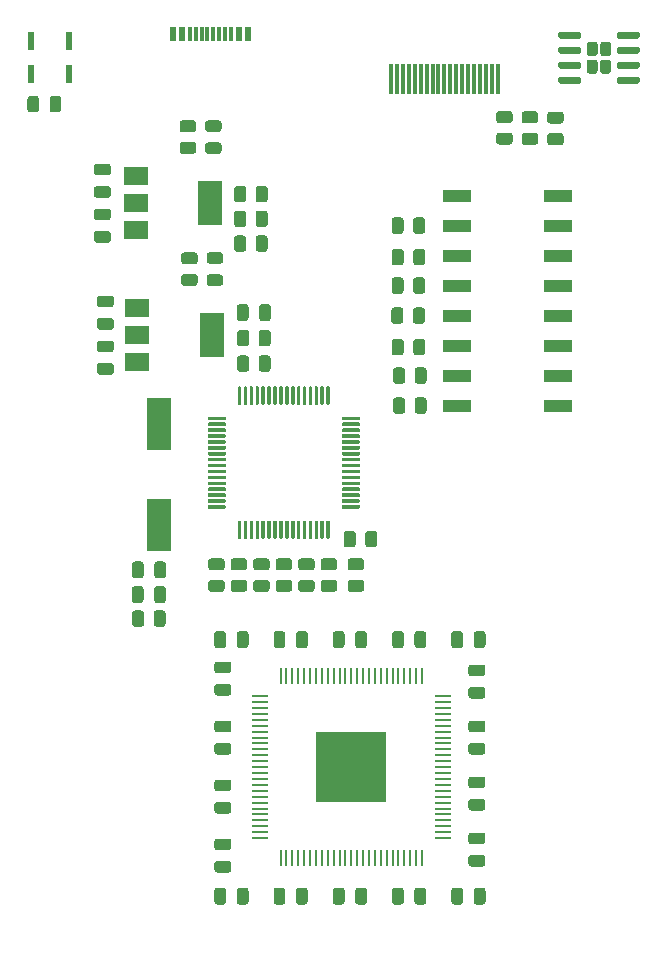
<source format=gbr>
%TF.GenerationSoftware,KiCad,Pcbnew,(5.1.10)-1*%
%TF.CreationDate,2021-10-29T17:34:37+08:00*%
%TF.ProjectId,project,70726f6a-6563-4742-9e6b-696361645f70,rev?*%
%TF.SameCoordinates,Original*%
%TF.FileFunction,Paste,Top*%
%TF.FilePolarity,Positive*%
%FSLAX46Y46*%
G04 Gerber Fmt 4.6, Leading zero omitted, Abs format (unit mm)*
G04 Created by KiCad (PCBNEW (5.1.10)-1) date 2021-10-29 17:34:37*
%MOMM*%
%LPD*%
G01*
G04 APERTURE LIST*
%ADD10R,5.994400X5.994400*%
%ADD11R,0.279400X1.473200*%
%ADD12R,1.473200X0.279400*%
%ADD13R,2.000000X1.500000*%
%ADD14R,2.000000X3.800000*%
%ADD15R,0.550000X1.500000*%
%ADD16R,2.440000X1.120000*%
%ADD17R,2.000000X4.500000*%
%ADD18R,0.600000X1.300000*%
%ADD19R,0.300000X1.300000*%
%ADD20R,0.300000X2.600000*%
G04 APERTURE END LIST*
D10*
%TO.C,U2*%
X143548000Y-112547000D03*
D11*
X149542400Y-120268600D03*
X149059800Y-120268600D03*
X148551800Y-120268600D03*
X148043800Y-120268600D03*
X147535800Y-120268600D03*
X147053200Y-120268600D03*
X146545200Y-120268600D03*
X146037200Y-120268600D03*
X145554600Y-120268600D03*
X145046600Y-120268600D03*
X144538600Y-120268600D03*
X144056000Y-120268600D03*
X143548000Y-120268600D03*
X143040000Y-120268600D03*
X142557400Y-120268600D03*
X142049400Y-120268600D03*
X141541400Y-120268600D03*
X141058800Y-120268600D03*
X140550800Y-120268600D03*
X140042800Y-120268600D03*
X139560200Y-120268600D03*
X139052200Y-120268600D03*
X138544200Y-120268600D03*
X138036200Y-120268600D03*
X137553600Y-120268600D03*
D12*
X135826400Y-118541400D03*
X135826400Y-118058800D03*
X135826400Y-117550800D03*
X135826400Y-117042800D03*
X135826400Y-116534800D03*
X135826400Y-116052200D03*
X135826400Y-115544200D03*
X135826400Y-115036200D03*
X135826400Y-114553600D03*
X135826400Y-114045600D03*
X135826400Y-113537600D03*
X135826400Y-113055000D03*
X135826400Y-112547000D03*
X135826400Y-112039000D03*
X135826400Y-111556400D03*
X135826400Y-111048400D03*
X135826400Y-110540400D03*
X135826400Y-110057800D03*
X135826400Y-109549800D03*
X135826400Y-109041800D03*
X135826400Y-108559200D03*
X135826400Y-108051200D03*
X135826400Y-107543200D03*
X135826400Y-107035200D03*
X135826400Y-106552600D03*
D11*
X137553600Y-104825400D03*
X138036200Y-104825400D03*
X138544200Y-104825400D03*
X139052200Y-104825400D03*
X139560200Y-104825400D03*
X140042800Y-104825400D03*
X140550800Y-104825400D03*
X141058800Y-104825400D03*
X141541400Y-104825400D03*
X142049400Y-104825400D03*
X142557400Y-104825400D03*
X143040000Y-104825400D03*
X143548000Y-104825400D03*
X144056000Y-104825400D03*
X144538600Y-104825400D03*
X145046600Y-104825400D03*
X145554600Y-104825400D03*
X146037200Y-104825400D03*
X146545200Y-104825400D03*
X147053200Y-104825400D03*
X147535800Y-104825400D03*
X148043800Y-104825400D03*
X148551800Y-104825400D03*
X149059800Y-104825400D03*
X149542400Y-104825400D03*
D12*
X151269600Y-106552600D03*
X151269600Y-107035200D03*
X151269600Y-107543200D03*
X151269600Y-108051200D03*
X151269600Y-108559200D03*
X151269600Y-109041800D03*
X151269600Y-109549800D03*
X151269600Y-110057800D03*
X151269600Y-110540400D03*
X151269600Y-111048400D03*
X151269600Y-111556400D03*
X151269600Y-112039000D03*
X151269600Y-112547000D03*
X151269600Y-113055000D03*
X151269600Y-113537600D03*
X151269600Y-114045600D03*
X151269600Y-114553600D03*
X151269600Y-115036200D03*
X151269600Y-115544200D03*
X151269600Y-116052200D03*
X151269600Y-116534800D03*
X151269600Y-117042800D03*
X151269600Y-117550800D03*
X151269600Y-118058800D03*
X151269600Y-118541400D03*
%TD*%
%TO.C,R5*%
G36*
G01*
X159111001Y-58045400D02*
X158210999Y-58045400D01*
G75*
G02*
X157961000Y-57795401I0J249999D01*
G01*
X157961000Y-57270399D01*
G75*
G02*
X158210999Y-57020400I249999J0D01*
G01*
X159111001Y-57020400D01*
G75*
G02*
X159361000Y-57270399I0J-249999D01*
G01*
X159361000Y-57795401D01*
G75*
G02*
X159111001Y-58045400I-249999J0D01*
G01*
G37*
G36*
G01*
X159111001Y-59870400D02*
X158210999Y-59870400D01*
G75*
G02*
X157961000Y-59620401I0J249999D01*
G01*
X157961000Y-59095399D01*
G75*
G02*
X158210999Y-58845400I249999J0D01*
G01*
X159111001Y-58845400D01*
G75*
G02*
X159361000Y-59095399I0J-249999D01*
G01*
X159361000Y-59620401D01*
G75*
G02*
X159111001Y-59870400I-249999J0D01*
G01*
G37*
%TD*%
%TO.C,R24*%
G36*
G01*
X129381999Y-70783400D02*
X130282001Y-70783400D01*
G75*
G02*
X130532000Y-71033399I0J-249999D01*
G01*
X130532000Y-71558401D01*
G75*
G02*
X130282001Y-71808400I-249999J0D01*
G01*
X129381999Y-71808400D01*
G75*
G02*
X129132000Y-71558401I0J249999D01*
G01*
X129132000Y-71033399D01*
G75*
G02*
X129381999Y-70783400I249999J0D01*
G01*
G37*
G36*
G01*
X129381999Y-68958400D02*
X130282001Y-68958400D01*
G75*
G02*
X130532000Y-69208399I0J-249999D01*
G01*
X130532000Y-69733401D01*
G75*
G02*
X130282001Y-69983400I-249999J0D01*
G01*
X129381999Y-69983400D01*
G75*
G02*
X129132000Y-69733401I0J249999D01*
G01*
X129132000Y-69208399D01*
G75*
G02*
X129381999Y-68958400I249999J0D01*
G01*
G37*
%TD*%
%TO.C,C22*%
G36*
G01*
X123195000Y-77426400D02*
X122245000Y-77426400D01*
G75*
G02*
X121995000Y-77176400I0J250000D01*
G01*
X121995000Y-76676400D01*
G75*
G02*
X122245000Y-76426400I250000J0D01*
G01*
X123195000Y-76426400D01*
G75*
G02*
X123445000Y-76676400I0J-250000D01*
G01*
X123445000Y-77176400D01*
G75*
G02*
X123195000Y-77426400I-250000J0D01*
G01*
G37*
G36*
G01*
X123195000Y-79326400D02*
X122245000Y-79326400D01*
G75*
G02*
X121995000Y-79076400I0J250000D01*
G01*
X121995000Y-78576400D01*
G75*
G02*
X122245000Y-78326400I250000J0D01*
G01*
X123195000Y-78326400D01*
G75*
G02*
X123445000Y-78576400I0J-250000D01*
G01*
X123445000Y-79076400D01*
G75*
G02*
X123195000Y-79326400I-250000J0D01*
G01*
G37*
%TD*%
%TO.C,C24*%
G36*
G01*
X123195000Y-73616400D02*
X122245000Y-73616400D01*
G75*
G02*
X121995000Y-73366400I0J250000D01*
G01*
X121995000Y-72866400D01*
G75*
G02*
X122245000Y-72616400I250000J0D01*
G01*
X123195000Y-72616400D01*
G75*
G02*
X123445000Y-72866400I0J-250000D01*
G01*
X123445000Y-73366400D01*
G75*
G02*
X123195000Y-73616400I-250000J0D01*
G01*
G37*
G36*
G01*
X123195000Y-75516400D02*
X122245000Y-75516400D01*
G75*
G02*
X121995000Y-75266400I0J250000D01*
G01*
X121995000Y-74766400D01*
G75*
G02*
X122245000Y-74516400I250000J0D01*
G01*
X123195000Y-74516400D01*
G75*
G02*
X123445000Y-74766400I0J-250000D01*
G01*
X123445000Y-75266400D01*
G75*
G02*
X123195000Y-75516400I-250000J0D01*
G01*
G37*
%TD*%
D13*
%TO.C,U3*%
X125412000Y-73671400D03*
X125412000Y-78271400D03*
X125412000Y-75971400D03*
D14*
X131712000Y-75971400D03*
%TD*%
%TO.C,LED_3V3_1*%
G36*
G01*
X131534750Y-70833400D02*
X132447250Y-70833400D01*
G75*
G02*
X132691000Y-71077150I0J-243750D01*
G01*
X132691000Y-71564650D01*
G75*
G02*
X132447250Y-71808400I-243750J0D01*
G01*
X131534750Y-71808400D01*
G75*
G02*
X131291000Y-71564650I0J243750D01*
G01*
X131291000Y-71077150D01*
G75*
G02*
X131534750Y-70833400I243750J0D01*
G01*
G37*
G36*
G01*
X131534750Y-68958400D02*
X132447250Y-68958400D01*
G75*
G02*
X132691000Y-69202150I0J-243750D01*
G01*
X132691000Y-69689650D01*
G75*
G02*
X132447250Y-69933400I-243750J0D01*
G01*
X131534750Y-69933400D01*
G75*
G02*
X131291000Y-69689650I0J243750D01*
G01*
X131291000Y-69202150D01*
G75*
G02*
X131534750Y-68958400I243750J0D01*
G01*
G37*
%TD*%
%TO.C,R26*%
G36*
G01*
X143910000Y-92793399D02*
X143910000Y-93693401D01*
G75*
G02*
X143660001Y-93943400I-249999J0D01*
G01*
X143134999Y-93943400D01*
G75*
G02*
X142885000Y-93693401I0J249999D01*
G01*
X142885000Y-92793399D01*
G75*
G02*
X143134999Y-92543400I249999J0D01*
G01*
X143660001Y-92543400D01*
G75*
G02*
X143910000Y-92793399I0J-249999D01*
G01*
G37*
G36*
G01*
X145735000Y-92793399D02*
X145735000Y-93693401D01*
G75*
G02*
X145485001Y-93943400I-249999J0D01*
G01*
X144959999Y-93943400D01*
G75*
G02*
X144710000Y-93693401I0J249999D01*
G01*
X144710000Y-92793399D01*
G75*
G02*
X144959999Y-92543400I249999J0D01*
G01*
X145485001Y-92543400D01*
G75*
G02*
X145735000Y-92793399I0J-249999D01*
G01*
G37*
%TD*%
%TO.C,R2*%
G36*
G01*
X148101000Y-78950399D02*
X148101000Y-79850401D01*
G75*
G02*
X147851001Y-80100400I-249999J0D01*
G01*
X147325999Y-80100400D01*
G75*
G02*
X147076000Y-79850401I0J249999D01*
G01*
X147076000Y-78950399D01*
G75*
G02*
X147325999Y-78700400I249999J0D01*
G01*
X147851001Y-78700400D01*
G75*
G02*
X148101000Y-78950399I0J-249999D01*
G01*
G37*
G36*
G01*
X149926000Y-78950399D02*
X149926000Y-79850401D01*
G75*
G02*
X149676001Y-80100400I-249999J0D01*
G01*
X149150999Y-80100400D01*
G75*
G02*
X148901000Y-79850401I0J249999D01*
G01*
X148901000Y-78950399D01*
G75*
G02*
X149150999Y-78700400I249999J0D01*
G01*
X149676001Y-78700400D01*
G75*
G02*
X149926000Y-78950399I0J-249999D01*
G01*
G37*
%TD*%
%TO.C,R9*%
G36*
G01*
X147974000Y-68917399D02*
X147974000Y-69817401D01*
G75*
G02*
X147724001Y-70067400I-249999J0D01*
G01*
X147198999Y-70067400D01*
G75*
G02*
X146949000Y-69817401I0J249999D01*
G01*
X146949000Y-68917399D01*
G75*
G02*
X147198999Y-68667400I249999J0D01*
G01*
X147724001Y-68667400D01*
G75*
G02*
X147974000Y-68917399I0J-249999D01*
G01*
G37*
G36*
G01*
X149799000Y-68917399D02*
X149799000Y-69817401D01*
G75*
G02*
X149549001Y-70067400I-249999J0D01*
G01*
X149023999Y-70067400D01*
G75*
G02*
X148774000Y-69817401I0J249999D01*
G01*
X148774000Y-68917399D01*
G75*
G02*
X149023999Y-68667400I249999J0D01*
G01*
X149549001Y-68667400D01*
G75*
G02*
X149799000Y-68917399I0J-249999D01*
G01*
G37*
%TD*%
%TO.C,R19*%
G36*
G01*
X135477999Y-96691400D02*
X136378001Y-96691400D01*
G75*
G02*
X136628000Y-96941399I0J-249999D01*
G01*
X136628000Y-97466401D01*
G75*
G02*
X136378001Y-97716400I-249999J0D01*
G01*
X135477999Y-97716400D01*
G75*
G02*
X135228000Y-97466401I0J249999D01*
G01*
X135228000Y-96941399D01*
G75*
G02*
X135477999Y-96691400I249999J0D01*
G01*
G37*
G36*
G01*
X135477999Y-94866400D02*
X136378001Y-94866400D01*
G75*
G02*
X136628000Y-95116399I0J-249999D01*
G01*
X136628000Y-95641401D01*
G75*
G02*
X136378001Y-95891400I-249999J0D01*
G01*
X135477999Y-95891400D01*
G75*
G02*
X135228000Y-95641401I0J249999D01*
G01*
X135228000Y-95116399D01*
G75*
G02*
X135477999Y-94866400I249999J0D01*
G01*
G37*
%TD*%
%TO.C,R22*%
G36*
G01*
X141192999Y-96691400D02*
X142093001Y-96691400D01*
G75*
G02*
X142343000Y-96941399I0J-249999D01*
G01*
X142343000Y-97466401D01*
G75*
G02*
X142093001Y-97716400I-249999J0D01*
G01*
X141192999Y-97716400D01*
G75*
G02*
X140943000Y-97466401I0J249999D01*
G01*
X140943000Y-96941399D01*
G75*
G02*
X141192999Y-96691400I249999J0D01*
G01*
G37*
G36*
G01*
X141192999Y-94866400D02*
X142093001Y-94866400D01*
G75*
G02*
X142343000Y-95116399I0J-249999D01*
G01*
X142343000Y-95641401D01*
G75*
G02*
X142093001Y-95891400I-249999J0D01*
G01*
X141192999Y-95891400D01*
G75*
G02*
X140943000Y-95641401I0J249999D01*
G01*
X140943000Y-95116399D01*
G75*
G02*
X141192999Y-94866400I249999J0D01*
G01*
G37*
%TD*%
%TO.C,R20*%
G36*
G01*
X137382999Y-96691400D02*
X138283001Y-96691400D01*
G75*
G02*
X138533000Y-96941399I0J-249999D01*
G01*
X138533000Y-97466401D01*
G75*
G02*
X138283001Y-97716400I-249999J0D01*
G01*
X137382999Y-97716400D01*
G75*
G02*
X137133000Y-97466401I0J249999D01*
G01*
X137133000Y-96941399D01*
G75*
G02*
X137382999Y-96691400I249999J0D01*
G01*
G37*
G36*
G01*
X137382999Y-94866400D02*
X138283001Y-94866400D01*
G75*
G02*
X138533000Y-95116399I0J-249999D01*
G01*
X138533000Y-95641401D01*
G75*
G02*
X138283001Y-95891400I-249999J0D01*
G01*
X137382999Y-95891400D01*
G75*
G02*
X137133000Y-95641401I0J249999D01*
G01*
X137133000Y-95116399D01*
G75*
G02*
X137382999Y-94866400I249999J0D01*
G01*
G37*
%TD*%
D15*
%TO.C,RESET*%
X119646000Y-53873400D03*
X116396000Y-53873400D03*
%TD*%
%TO.C,U1*%
G36*
G01*
X164393000Y-51363400D02*
X164393000Y-52113400D01*
G75*
G02*
X164163000Y-52343400I-230000J0D01*
G01*
X163703000Y-52343400D01*
G75*
G02*
X163473000Y-52113400I0J230000D01*
G01*
X163473000Y-51363400D01*
G75*
G02*
X163703000Y-51133400I230000J0D01*
G01*
X164163000Y-51133400D01*
G75*
G02*
X164393000Y-51363400I0J-230000D01*
G01*
G37*
G36*
G01*
X164393000Y-52863400D02*
X164393000Y-53613400D01*
G75*
G02*
X164163000Y-53843400I-230000J0D01*
G01*
X163703000Y-53843400D01*
G75*
G02*
X163473000Y-53613400I0J230000D01*
G01*
X163473000Y-52863400D01*
G75*
G02*
X163703000Y-52633400I230000J0D01*
G01*
X164163000Y-52633400D01*
G75*
G02*
X164393000Y-52863400I0J-230000D01*
G01*
G37*
G36*
G01*
X165533000Y-51363400D02*
X165533000Y-52113400D01*
G75*
G02*
X165303000Y-52343400I-230000J0D01*
G01*
X164843000Y-52343400D01*
G75*
G02*
X164613000Y-52113400I0J230000D01*
G01*
X164613000Y-51363400D01*
G75*
G02*
X164843000Y-51133400I230000J0D01*
G01*
X165303000Y-51133400D01*
G75*
G02*
X165533000Y-51363400I0J-230000D01*
G01*
G37*
G36*
G01*
X165533000Y-52863400D02*
X165533000Y-53613400D01*
G75*
G02*
X165303000Y-53843400I-230000J0D01*
G01*
X164843000Y-53843400D01*
G75*
G02*
X164613000Y-53613400I0J230000D01*
G01*
X164613000Y-52863400D01*
G75*
G02*
X164843000Y-52633400I230000J0D01*
G01*
X165303000Y-52633400D01*
G75*
G02*
X165533000Y-52863400I0J-230000D01*
G01*
G37*
G36*
G01*
X163003000Y-54243400D02*
X163003000Y-54543400D01*
G75*
G02*
X162853000Y-54693400I-150000J0D01*
G01*
X161203000Y-54693400D01*
G75*
G02*
X161053000Y-54543400I0J150000D01*
G01*
X161053000Y-54243400D01*
G75*
G02*
X161203000Y-54093400I150000J0D01*
G01*
X162853000Y-54093400D01*
G75*
G02*
X163003000Y-54243400I0J-150000D01*
G01*
G37*
G36*
G01*
X163003000Y-52973400D02*
X163003000Y-53273400D01*
G75*
G02*
X162853000Y-53423400I-150000J0D01*
G01*
X161203000Y-53423400D01*
G75*
G02*
X161053000Y-53273400I0J150000D01*
G01*
X161053000Y-52973400D01*
G75*
G02*
X161203000Y-52823400I150000J0D01*
G01*
X162853000Y-52823400D01*
G75*
G02*
X163003000Y-52973400I0J-150000D01*
G01*
G37*
G36*
G01*
X163003000Y-51703400D02*
X163003000Y-52003400D01*
G75*
G02*
X162853000Y-52153400I-150000J0D01*
G01*
X161203000Y-52153400D01*
G75*
G02*
X161053000Y-52003400I0J150000D01*
G01*
X161053000Y-51703400D01*
G75*
G02*
X161203000Y-51553400I150000J0D01*
G01*
X162853000Y-51553400D01*
G75*
G02*
X163003000Y-51703400I0J-150000D01*
G01*
G37*
G36*
G01*
X163003000Y-50433400D02*
X163003000Y-50733400D01*
G75*
G02*
X162853000Y-50883400I-150000J0D01*
G01*
X161203000Y-50883400D01*
G75*
G02*
X161053000Y-50733400I0J150000D01*
G01*
X161053000Y-50433400D01*
G75*
G02*
X161203000Y-50283400I150000J0D01*
G01*
X162853000Y-50283400D01*
G75*
G02*
X163003000Y-50433400I0J-150000D01*
G01*
G37*
G36*
G01*
X167953000Y-50433400D02*
X167953000Y-50733400D01*
G75*
G02*
X167803000Y-50883400I-150000J0D01*
G01*
X166153000Y-50883400D01*
G75*
G02*
X166003000Y-50733400I0J150000D01*
G01*
X166003000Y-50433400D01*
G75*
G02*
X166153000Y-50283400I150000J0D01*
G01*
X167803000Y-50283400D01*
G75*
G02*
X167953000Y-50433400I0J-150000D01*
G01*
G37*
G36*
G01*
X167953000Y-51703400D02*
X167953000Y-52003400D01*
G75*
G02*
X167803000Y-52153400I-150000J0D01*
G01*
X166153000Y-52153400D01*
G75*
G02*
X166003000Y-52003400I0J150000D01*
G01*
X166003000Y-51703400D01*
G75*
G02*
X166153000Y-51553400I150000J0D01*
G01*
X167803000Y-51553400D01*
G75*
G02*
X167953000Y-51703400I0J-150000D01*
G01*
G37*
G36*
G01*
X167953000Y-52973400D02*
X167953000Y-53273400D01*
G75*
G02*
X167803000Y-53423400I-150000J0D01*
G01*
X166153000Y-53423400D01*
G75*
G02*
X166003000Y-53273400I0J150000D01*
G01*
X166003000Y-52973400D01*
G75*
G02*
X166153000Y-52823400I150000J0D01*
G01*
X167803000Y-52823400D01*
G75*
G02*
X167953000Y-52973400I0J-150000D01*
G01*
G37*
G36*
G01*
X167953000Y-54243400D02*
X167953000Y-54543400D01*
G75*
G02*
X167803000Y-54693400I-150000J0D01*
G01*
X166153000Y-54693400D01*
G75*
G02*
X166003000Y-54543400I0J150000D01*
G01*
X166003000Y-54243400D01*
G75*
G02*
X166153000Y-54093400I150000J0D01*
G01*
X167803000Y-54093400D01*
G75*
G02*
X167953000Y-54243400I0J-150000D01*
G01*
G37*
%TD*%
%TO.C,R14*%
G36*
G01*
X135439000Y-68674401D02*
X135439000Y-67774399D01*
G75*
G02*
X135688999Y-67524400I249999J0D01*
G01*
X136214001Y-67524400D01*
G75*
G02*
X136464000Y-67774399I0J-249999D01*
G01*
X136464000Y-68674401D01*
G75*
G02*
X136214001Y-68924400I-249999J0D01*
G01*
X135688999Y-68924400D01*
G75*
G02*
X135439000Y-68674401I0J249999D01*
G01*
G37*
G36*
G01*
X133614000Y-68674401D02*
X133614000Y-67774399D01*
G75*
G02*
X133863999Y-67524400I249999J0D01*
G01*
X134389001Y-67524400D01*
G75*
G02*
X134639000Y-67774399I0J-249999D01*
G01*
X134639000Y-68674401D01*
G75*
G02*
X134389001Y-68924400I-249999J0D01*
G01*
X133863999Y-68924400D01*
G75*
G02*
X133614000Y-68674401I0J249999D01*
G01*
G37*
%TD*%
%TO.C,R3*%
G36*
G01*
X147974000Y-76537399D02*
X147974000Y-77437401D01*
G75*
G02*
X147724001Y-77687400I-249999J0D01*
G01*
X147198999Y-77687400D01*
G75*
G02*
X146949000Y-77437401I0J249999D01*
G01*
X146949000Y-76537399D01*
G75*
G02*
X147198999Y-76287400I249999J0D01*
G01*
X147724001Y-76287400D01*
G75*
G02*
X147974000Y-76537399I0J-249999D01*
G01*
G37*
G36*
G01*
X149799000Y-76537399D02*
X149799000Y-77437401D01*
G75*
G02*
X149549001Y-77687400I-249999J0D01*
G01*
X149023999Y-77687400D01*
G75*
G02*
X148774000Y-77437401I0J249999D01*
G01*
X148774000Y-76537399D01*
G75*
G02*
X149023999Y-76287400I249999J0D01*
G01*
X149549001Y-76287400D01*
G75*
G02*
X149799000Y-76537399I0J-249999D01*
G01*
G37*
%TD*%
%TO.C,R1*%
G36*
G01*
X148101000Y-81490399D02*
X148101000Y-82390401D01*
G75*
G02*
X147851001Y-82640400I-249999J0D01*
G01*
X147325999Y-82640400D01*
G75*
G02*
X147076000Y-82390401I0J249999D01*
G01*
X147076000Y-81490399D01*
G75*
G02*
X147325999Y-81240400I249999J0D01*
G01*
X147851001Y-81240400D01*
G75*
G02*
X148101000Y-81490399I0J-249999D01*
G01*
G37*
G36*
G01*
X149926000Y-81490399D02*
X149926000Y-82390401D01*
G75*
G02*
X149676001Y-82640400I-249999J0D01*
G01*
X149150999Y-82640400D01*
G75*
G02*
X148901000Y-82390401I0J249999D01*
G01*
X148901000Y-81490399D01*
G75*
G02*
X149150999Y-81240400I249999J0D01*
G01*
X149676001Y-81240400D01*
G75*
G02*
X149926000Y-81490399I0J-249999D01*
G01*
G37*
%TD*%
%TO.C,R4*%
G36*
G01*
X156952001Y-58021900D02*
X156051999Y-58021900D01*
G75*
G02*
X155802000Y-57771901I0J249999D01*
G01*
X155802000Y-57246899D01*
G75*
G02*
X156051999Y-56996900I249999J0D01*
G01*
X156952001Y-56996900D01*
G75*
G02*
X157202000Y-57246899I0J-249999D01*
G01*
X157202000Y-57771901D01*
G75*
G02*
X156952001Y-58021900I-249999J0D01*
G01*
G37*
G36*
G01*
X156952001Y-59846900D02*
X156051999Y-59846900D01*
G75*
G02*
X155802000Y-59596901I0J249999D01*
G01*
X155802000Y-59071899D01*
G75*
G02*
X156051999Y-58821900I249999J0D01*
G01*
X156952001Y-58821900D01*
G75*
G02*
X157202000Y-59071899I0J-249999D01*
G01*
X157202000Y-59596901D01*
G75*
G02*
X156952001Y-59846900I-249999J0D01*
G01*
G37*
%TD*%
%TO.C,U5*%
G36*
G01*
X133933000Y-81791400D02*
X133933000Y-80391400D01*
G75*
G02*
X134008000Y-80316400I75000J0D01*
G01*
X134158000Y-80316400D01*
G75*
G02*
X134233000Y-80391400I0J-75000D01*
G01*
X134233000Y-81791400D01*
G75*
G02*
X134158000Y-81866400I-75000J0D01*
G01*
X134008000Y-81866400D01*
G75*
G02*
X133933000Y-81791400I0J75000D01*
G01*
G37*
G36*
G01*
X134433000Y-81791400D02*
X134433000Y-80391400D01*
G75*
G02*
X134508000Y-80316400I75000J0D01*
G01*
X134658000Y-80316400D01*
G75*
G02*
X134733000Y-80391400I0J-75000D01*
G01*
X134733000Y-81791400D01*
G75*
G02*
X134658000Y-81866400I-75000J0D01*
G01*
X134508000Y-81866400D01*
G75*
G02*
X134433000Y-81791400I0J75000D01*
G01*
G37*
G36*
G01*
X134933000Y-81791400D02*
X134933000Y-80391400D01*
G75*
G02*
X135008000Y-80316400I75000J0D01*
G01*
X135158000Y-80316400D01*
G75*
G02*
X135233000Y-80391400I0J-75000D01*
G01*
X135233000Y-81791400D01*
G75*
G02*
X135158000Y-81866400I-75000J0D01*
G01*
X135008000Y-81866400D01*
G75*
G02*
X134933000Y-81791400I0J75000D01*
G01*
G37*
G36*
G01*
X135433000Y-81791400D02*
X135433000Y-80391400D01*
G75*
G02*
X135508000Y-80316400I75000J0D01*
G01*
X135658000Y-80316400D01*
G75*
G02*
X135733000Y-80391400I0J-75000D01*
G01*
X135733000Y-81791400D01*
G75*
G02*
X135658000Y-81866400I-75000J0D01*
G01*
X135508000Y-81866400D01*
G75*
G02*
X135433000Y-81791400I0J75000D01*
G01*
G37*
G36*
G01*
X135933000Y-81791400D02*
X135933000Y-80391400D01*
G75*
G02*
X136008000Y-80316400I75000J0D01*
G01*
X136158000Y-80316400D01*
G75*
G02*
X136233000Y-80391400I0J-75000D01*
G01*
X136233000Y-81791400D01*
G75*
G02*
X136158000Y-81866400I-75000J0D01*
G01*
X136008000Y-81866400D01*
G75*
G02*
X135933000Y-81791400I0J75000D01*
G01*
G37*
G36*
G01*
X136433000Y-81791400D02*
X136433000Y-80391400D01*
G75*
G02*
X136508000Y-80316400I75000J0D01*
G01*
X136658000Y-80316400D01*
G75*
G02*
X136733000Y-80391400I0J-75000D01*
G01*
X136733000Y-81791400D01*
G75*
G02*
X136658000Y-81866400I-75000J0D01*
G01*
X136508000Y-81866400D01*
G75*
G02*
X136433000Y-81791400I0J75000D01*
G01*
G37*
G36*
G01*
X136933000Y-81791400D02*
X136933000Y-80391400D01*
G75*
G02*
X137008000Y-80316400I75000J0D01*
G01*
X137158000Y-80316400D01*
G75*
G02*
X137233000Y-80391400I0J-75000D01*
G01*
X137233000Y-81791400D01*
G75*
G02*
X137158000Y-81866400I-75000J0D01*
G01*
X137008000Y-81866400D01*
G75*
G02*
X136933000Y-81791400I0J75000D01*
G01*
G37*
G36*
G01*
X137433000Y-81791400D02*
X137433000Y-80391400D01*
G75*
G02*
X137508000Y-80316400I75000J0D01*
G01*
X137658000Y-80316400D01*
G75*
G02*
X137733000Y-80391400I0J-75000D01*
G01*
X137733000Y-81791400D01*
G75*
G02*
X137658000Y-81866400I-75000J0D01*
G01*
X137508000Y-81866400D01*
G75*
G02*
X137433000Y-81791400I0J75000D01*
G01*
G37*
G36*
G01*
X137933000Y-81791400D02*
X137933000Y-80391400D01*
G75*
G02*
X138008000Y-80316400I75000J0D01*
G01*
X138158000Y-80316400D01*
G75*
G02*
X138233000Y-80391400I0J-75000D01*
G01*
X138233000Y-81791400D01*
G75*
G02*
X138158000Y-81866400I-75000J0D01*
G01*
X138008000Y-81866400D01*
G75*
G02*
X137933000Y-81791400I0J75000D01*
G01*
G37*
G36*
G01*
X138433000Y-81791400D02*
X138433000Y-80391400D01*
G75*
G02*
X138508000Y-80316400I75000J0D01*
G01*
X138658000Y-80316400D01*
G75*
G02*
X138733000Y-80391400I0J-75000D01*
G01*
X138733000Y-81791400D01*
G75*
G02*
X138658000Y-81866400I-75000J0D01*
G01*
X138508000Y-81866400D01*
G75*
G02*
X138433000Y-81791400I0J75000D01*
G01*
G37*
G36*
G01*
X138933000Y-81791400D02*
X138933000Y-80391400D01*
G75*
G02*
X139008000Y-80316400I75000J0D01*
G01*
X139158000Y-80316400D01*
G75*
G02*
X139233000Y-80391400I0J-75000D01*
G01*
X139233000Y-81791400D01*
G75*
G02*
X139158000Y-81866400I-75000J0D01*
G01*
X139008000Y-81866400D01*
G75*
G02*
X138933000Y-81791400I0J75000D01*
G01*
G37*
G36*
G01*
X139433000Y-81791400D02*
X139433000Y-80391400D01*
G75*
G02*
X139508000Y-80316400I75000J0D01*
G01*
X139658000Y-80316400D01*
G75*
G02*
X139733000Y-80391400I0J-75000D01*
G01*
X139733000Y-81791400D01*
G75*
G02*
X139658000Y-81866400I-75000J0D01*
G01*
X139508000Y-81866400D01*
G75*
G02*
X139433000Y-81791400I0J75000D01*
G01*
G37*
G36*
G01*
X139933000Y-81791400D02*
X139933000Y-80391400D01*
G75*
G02*
X140008000Y-80316400I75000J0D01*
G01*
X140158000Y-80316400D01*
G75*
G02*
X140233000Y-80391400I0J-75000D01*
G01*
X140233000Y-81791400D01*
G75*
G02*
X140158000Y-81866400I-75000J0D01*
G01*
X140008000Y-81866400D01*
G75*
G02*
X139933000Y-81791400I0J75000D01*
G01*
G37*
G36*
G01*
X140433000Y-81791400D02*
X140433000Y-80391400D01*
G75*
G02*
X140508000Y-80316400I75000J0D01*
G01*
X140658000Y-80316400D01*
G75*
G02*
X140733000Y-80391400I0J-75000D01*
G01*
X140733000Y-81791400D01*
G75*
G02*
X140658000Y-81866400I-75000J0D01*
G01*
X140508000Y-81866400D01*
G75*
G02*
X140433000Y-81791400I0J75000D01*
G01*
G37*
G36*
G01*
X140933000Y-81791400D02*
X140933000Y-80391400D01*
G75*
G02*
X141008000Y-80316400I75000J0D01*
G01*
X141158000Y-80316400D01*
G75*
G02*
X141233000Y-80391400I0J-75000D01*
G01*
X141233000Y-81791400D01*
G75*
G02*
X141158000Y-81866400I-75000J0D01*
G01*
X141008000Y-81866400D01*
G75*
G02*
X140933000Y-81791400I0J75000D01*
G01*
G37*
G36*
G01*
X141433000Y-81791400D02*
X141433000Y-80391400D01*
G75*
G02*
X141508000Y-80316400I75000J0D01*
G01*
X141658000Y-80316400D01*
G75*
G02*
X141733000Y-80391400I0J-75000D01*
G01*
X141733000Y-81791400D01*
G75*
G02*
X141658000Y-81866400I-75000J0D01*
G01*
X141508000Y-81866400D01*
G75*
G02*
X141433000Y-81791400I0J75000D01*
G01*
G37*
G36*
G01*
X142733000Y-83091400D02*
X142733000Y-82941400D01*
G75*
G02*
X142808000Y-82866400I75000J0D01*
G01*
X144208000Y-82866400D01*
G75*
G02*
X144283000Y-82941400I0J-75000D01*
G01*
X144283000Y-83091400D01*
G75*
G02*
X144208000Y-83166400I-75000J0D01*
G01*
X142808000Y-83166400D01*
G75*
G02*
X142733000Y-83091400I0J75000D01*
G01*
G37*
G36*
G01*
X142733000Y-83591400D02*
X142733000Y-83441400D01*
G75*
G02*
X142808000Y-83366400I75000J0D01*
G01*
X144208000Y-83366400D01*
G75*
G02*
X144283000Y-83441400I0J-75000D01*
G01*
X144283000Y-83591400D01*
G75*
G02*
X144208000Y-83666400I-75000J0D01*
G01*
X142808000Y-83666400D01*
G75*
G02*
X142733000Y-83591400I0J75000D01*
G01*
G37*
G36*
G01*
X142733000Y-84091400D02*
X142733000Y-83941400D01*
G75*
G02*
X142808000Y-83866400I75000J0D01*
G01*
X144208000Y-83866400D01*
G75*
G02*
X144283000Y-83941400I0J-75000D01*
G01*
X144283000Y-84091400D01*
G75*
G02*
X144208000Y-84166400I-75000J0D01*
G01*
X142808000Y-84166400D01*
G75*
G02*
X142733000Y-84091400I0J75000D01*
G01*
G37*
G36*
G01*
X142733000Y-84591400D02*
X142733000Y-84441400D01*
G75*
G02*
X142808000Y-84366400I75000J0D01*
G01*
X144208000Y-84366400D01*
G75*
G02*
X144283000Y-84441400I0J-75000D01*
G01*
X144283000Y-84591400D01*
G75*
G02*
X144208000Y-84666400I-75000J0D01*
G01*
X142808000Y-84666400D01*
G75*
G02*
X142733000Y-84591400I0J75000D01*
G01*
G37*
G36*
G01*
X142733000Y-85091400D02*
X142733000Y-84941400D01*
G75*
G02*
X142808000Y-84866400I75000J0D01*
G01*
X144208000Y-84866400D01*
G75*
G02*
X144283000Y-84941400I0J-75000D01*
G01*
X144283000Y-85091400D01*
G75*
G02*
X144208000Y-85166400I-75000J0D01*
G01*
X142808000Y-85166400D01*
G75*
G02*
X142733000Y-85091400I0J75000D01*
G01*
G37*
G36*
G01*
X142733000Y-85591400D02*
X142733000Y-85441400D01*
G75*
G02*
X142808000Y-85366400I75000J0D01*
G01*
X144208000Y-85366400D01*
G75*
G02*
X144283000Y-85441400I0J-75000D01*
G01*
X144283000Y-85591400D01*
G75*
G02*
X144208000Y-85666400I-75000J0D01*
G01*
X142808000Y-85666400D01*
G75*
G02*
X142733000Y-85591400I0J75000D01*
G01*
G37*
G36*
G01*
X142733000Y-86091400D02*
X142733000Y-85941400D01*
G75*
G02*
X142808000Y-85866400I75000J0D01*
G01*
X144208000Y-85866400D01*
G75*
G02*
X144283000Y-85941400I0J-75000D01*
G01*
X144283000Y-86091400D01*
G75*
G02*
X144208000Y-86166400I-75000J0D01*
G01*
X142808000Y-86166400D01*
G75*
G02*
X142733000Y-86091400I0J75000D01*
G01*
G37*
G36*
G01*
X142733000Y-86591400D02*
X142733000Y-86441400D01*
G75*
G02*
X142808000Y-86366400I75000J0D01*
G01*
X144208000Y-86366400D01*
G75*
G02*
X144283000Y-86441400I0J-75000D01*
G01*
X144283000Y-86591400D01*
G75*
G02*
X144208000Y-86666400I-75000J0D01*
G01*
X142808000Y-86666400D01*
G75*
G02*
X142733000Y-86591400I0J75000D01*
G01*
G37*
G36*
G01*
X142733000Y-87091400D02*
X142733000Y-86941400D01*
G75*
G02*
X142808000Y-86866400I75000J0D01*
G01*
X144208000Y-86866400D01*
G75*
G02*
X144283000Y-86941400I0J-75000D01*
G01*
X144283000Y-87091400D01*
G75*
G02*
X144208000Y-87166400I-75000J0D01*
G01*
X142808000Y-87166400D01*
G75*
G02*
X142733000Y-87091400I0J75000D01*
G01*
G37*
G36*
G01*
X142733000Y-87591400D02*
X142733000Y-87441400D01*
G75*
G02*
X142808000Y-87366400I75000J0D01*
G01*
X144208000Y-87366400D01*
G75*
G02*
X144283000Y-87441400I0J-75000D01*
G01*
X144283000Y-87591400D01*
G75*
G02*
X144208000Y-87666400I-75000J0D01*
G01*
X142808000Y-87666400D01*
G75*
G02*
X142733000Y-87591400I0J75000D01*
G01*
G37*
G36*
G01*
X142733000Y-88091400D02*
X142733000Y-87941400D01*
G75*
G02*
X142808000Y-87866400I75000J0D01*
G01*
X144208000Y-87866400D01*
G75*
G02*
X144283000Y-87941400I0J-75000D01*
G01*
X144283000Y-88091400D01*
G75*
G02*
X144208000Y-88166400I-75000J0D01*
G01*
X142808000Y-88166400D01*
G75*
G02*
X142733000Y-88091400I0J75000D01*
G01*
G37*
G36*
G01*
X142733000Y-88591400D02*
X142733000Y-88441400D01*
G75*
G02*
X142808000Y-88366400I75000J0D01*
G01*
X144208000Y-88366400D01*
G75*
G02*
X144283000Y-88441400I0J-75000D01*
G01*
X144283000Y-88591400D01*
G75*
G02*
X144208000Y-88666400I-75000J0D01*
G01*
X142808000Y-88666400D01*
G75*
G02*
X142733000Y-88591400I0J75000D01*
G01*
G37*
G36*
G01*
X142733000Y-89091400D02*
X142733000Y-88941400D01*
G75*
G02*
X142808000Y-88866400I75000J0D01*
G01*
X144208000Y-88866400D01*
G75*
G02*
X144283000Y-88941400I0J-75000D01*
G01*
X144283000Y-89091400D01*
G75*
G02*
X144208000Y-89166400I-75000J0D01*
G01*
X142808000Y-89166400D01*
G75*
G02*
X142733000Y-89091400I0J75000D01*
G01*
G37*
G36*
G01*
X142733000Y-89591400D02*
X142733000Y-89441400D01*
G75*
G02*
X142808000Y-89366400I75000J0D01*
G01*
X144208000Y-89366400D01*
G75*
G02*
X144283000Y-89441400I0J-75000D01*
G01*
X144283000Y-89591400D01*
G75*
G02*
X144208000Y-89666400I-75000J0D01*
G01*
X142808000Y-89666400D01*
G75*
G02*
X142733000Y-89591400I0J75000D01*
G01*
G37*
G36*
G01*
X142733000Y-90091400D02*
X142733000Y-89941400D01*
G75*
G02*
X142808000Y-89866400I75000J0D01*
G01*
X144208000Y-89866400D01*
G75*
G02*
X144283000Y-89941400I0J-75000D01*
G01*
X144283000Y-90091400D01*
G75*
G02*
X144208000Y-90166400I-75000J0D01*
G01*
X142808000Y-90166400D01*
G75*
G02*
X142733000Y-90091400I0J75000D01*
G01*
G37*
G36*
G01*
X142733000Y-90591400D02*
X142733000Y-90441400D01*
G75*
G02*
X142808000Y-90366400I75000J0D01*
G01*
X144208000Y-90366400D01*
G75*
G02*
X144283000Y-90441400I0J-75000D01*
G01*
X144283000Y-90591400D01*
G75*
G02*
X144208000Y-90666400I-75000J0D01*
G01*
X142808000Y-90666400D01*
G75*
G02*
X142733000Y-90591400I0J75000D01*
G01*
G37*
G36*
G01*
X141433000Y-93141400D02*
X141433000Y-91741400D01*
G75*
G02*
X141508000Y-91666400I75000J0D01*
G01*
X141658000Y-91666400D01*
G75*
G02*
X141733000Y-91741400I0J-75000D01*
G01*
X141733000Y-93141400D01*
G75*
G02*
X141658000Y-93216400I-75000J0D01*
G01*
X141508000Y-93216400D01*
G75*
G02*
X141433000Y-93141400I0J75000D01*
G01*
G37*
G36*
G01*
X140933000Y-93141400D02*
X140933000Y-91741400D01*
G75*
G02*
X141008000Y-91666400I75000J0D01*
G01*
X141158000Y-91666400D01*
G75*
G02*
X141233000Y-91741400I0J-75000D01*
G01*
X141233000Y-93141400D01*
G75*
G02*
X141158000Y-93216400I-75000J0D01*
G01*
X141008000Y-93216400D01*
G75*
G02*
X140933000Y-93141400I0J75000D01*
G01*
G37*
G36*
G01*
X140433000Y-93141400D02*
X140433000Y-91741400D01*
G75*
G02*
X140508000Y-91666400I75000J0D01*
G01*
X140658000Y-91666400D01*
G75*
G02*
X140733000Y-91741400I0J-75000D01*
G01*
X140733000Y-93141400D01*
G75*
G02*
X140658000Y-93216400I-75000J0D01*
G01*
X140508000Y-93216400D01*
G75*
G02*
X140433000Y-93141400I0J75000D01*
G01*
G37*
G36*
G01*
X139933000Y-93141400D02*
X139933000Y-91741400D01*
G75*
G02*
X140008000Y-91666400I75000J0D01*
G01*
X140158000Y-91666400D01*
G75*
G02*
X140233000Y-91741400I0J-75000D01*
G01*
X140233000Y-93141400D01*
G75*
G02*
X140158000Y-93216400I-75000J0D01*
G01*
X140008000Y-93216400D01*
G75*
G02*
X139933000Y-93141400I0J75000D01*
G01*
G37*
G36*
G01*
X139433000Y-93141400D02*
X139433000Y-91741400D01*
G75*
G02*
X139508000Y-91666400I75000J0D01*
G01*
X139658000Y-91666400D01*
G75*
G02*
X139733000Y-91741400I0J-75000D01*
G01*
X139733000Y-93141400D01*
G75*
G02*
X139658000Y-93216400I-75000J0D01*
G01*
X139508000Y-93216400D01*
G75*
G02*
X139433000Y-93141400I0J75000D01*
G01*
G37*
G36*
G01*
X138933000Y-93141400D02*
X138933000Y-91741400D01*
G75*
G02*
X139008000Y-91666400I75000J0D01*
G01*
X139158000Y-91666400D01*
G75*
G02*
X139233000Y-91741400I0J-75000D01*
G01*
X139233000Y-93141400D01*
G75*
G02*
X139158000Y-93216400I-75000J0D01*
G01*
X139008000Y-93216400D01*
G75*
G02*
X138933000Y-93141400I0J75000D01*
G01*
G37*
G36*
G01*
X138433000Y-93141400D02*
X138433000Y-91741400D01*
G75*
G02*
X138508000Y-91666400I75000J0D01*
G01*
X138658000Y-91666400D01*
G75*
G02*
X138733000Y-91741400I0J-75000D01*
G01*
X138733000Y-93141400D01*
G75*
G02*
X138658000Y-93216400I-75000J0D01*
G01*
X138508000Y-93216400D01*
G75*
G02*
X138433000Y-93141400I0J75000D01*
G01*
G37*
G36*
G01*
X137933000Y-93141400D02*
X137933000Y-91741400D01*
G75*
G02*
X138008000Y-91666400I75000J0D01*
G01*
X138158000Y-91666400D01*
G75*
G02*
X138233000Y-91741400I0J-75000D01*
G01*
X138233000Y-93141400D01*
G75*
G02*
X138158000Y-93216400I-75000J0D01*
G01*
X138008000Y-93216400D01*
G75*
G02*
X137933000Y-93141400I0J75000D01*
G01*
G37*
G36*
G01*
X137433000Y-93141400D02*
X137433000Y-91741400D01*
G75*
G02*
X137508000Y-91666400I75000J0D01*
G01*
X137658000Y-91666400D01*
G75*
G02*
X137733000Y-91741400I0J-75000D01*
G01*
X137733000Y-93141400D01*
G75*
G02*
X137658000Y-93216400I-75000J0D01*
G01*
X137508000Y-93216400D01*
G75*
G02*
X137433000Y-93141400I0J75000D01*
G01*
G37*
G36*
G01*
X136933000Y-93141400D02*
X136933000Y-91741400D01*
G75*
G02*
X137008000Y-91666400I75000J0D01*
G01*
X137158000Y-91666400D01*
G75*
G02*
X137233000Y-91741400I0J-75000D01*
G01*
X137233000Y-93141400D01*
G75*
G02*
X137158000Y-93216400I-75000J0D01*
G01*
X137008000Y-93216400D01*
G75*
G02*
X136933000Y-93141400I0J75000D01*
G01*
G37*
G36*
G01*
X136433000Y-93141400D02*
X136433000Y-91741400D01*
G75*
G02*
X136508000Y-91666400I75000J0D01*
G01*
X136658000Y-91666400D01*
G75*
G02*
X136733000Y-91741400I0J-75000D01*
G01*
X136733000Y-93141400D01*
G75*
G02*
X136658000Y-93216400I-75000J0D01*
G01*
X136508000Y-93216400D01*
G75*
G02*
X136433000Y-93141400I0J75000D01*
G01*
G37*
G36*
G01*
X135933000Y-93141400D02*
X135933000Y-91741400D01*
G75*
G02*
X136008000Y-91666400I75000J0D01*
G01*
X136158000Y-91666400D01*
G75*
G02*
X136233000Y-91741400I0J-75000D01*
G01*
X136233000Y-93141400D01*
G75*
G02*
X136158000Y-93216400I-75000J0D01*
G01*
X136008000Y-93216400D01*
G75*
G02*
X135933000Y-93141400I0J75000D01*
G01*
G37*
G36*
G01*
X135433000Y-93141400D02*
X135433000Y-91741400D01*
G75*
G02*
X135508000Y-91666400I75000J0D01*
G01*
X135658000Y-91666400D01*
G75*
G02*
X135733000Y-91741400I0J-75000D01*
G01*
X135733000Y-93141400D01*
G75*
G02*
X135658000Y-93216400I-75000J0D01*
G01*
X135508000Y-93216400D01*
G75*
G02*
X135433000Y-93141400I0J75000D01*
G01*
G37*
G36*
G01*
X134933000Y-93141400D02*
X134933000Y-91741400D01*
G75*
G02*
X135008000Y-91666400I75000J0D01*
G01*
X135158000Y-91666400D01*
G75*
G02*
X135233000Y-91741400I0J-75000D01*
G01*
X135233000Y-93141400D01*
G75*
G02*
X135158000Y-93216400I-75000J0D01*
G01*
X135008000Y-93216400D01*
G75*
G02*
X134933000Y-93141400I0J75000D01*
G01*
G37*
G36*
G01*
X134433000Y-93141400D02*
X134433000Y-91741400D01*
G75*
G02*
X134508000Y-91666400I75000J0D01*
G01*
X134658000Y-91666400D01*
G75*
G02*
X134733000Y-91741400I0J-75000D01*
G01*
X134733000Y-93141400D01*
G75*
G02*
X134658000Y-93216400I-75000J0D01*
G01*
X134508000Y-93216400D01*
G75*
G02*
X134433000Y-93141400I0J75000D01*
G01*
G37*
G36*
G01*
X133933000Y-93141400D02*
X133933000Y-91741400D01*
G75*
G02*
X134008000Y-91666400I75000J0D01*
G01*
X134158000Y-91666400D01*
G75*
G02*
X134233000Y-91741400I0J-75000D01*
G01*
X134233000Y-93141400D01*
G75*
G02*
X134158000Y-93216400I-75000J0D01*
G01*
X134008000Y-93216400D01*
G75*
G02*
X133933000Y-93141400I0J75000D01*
G01*
G37*
G36*
G01*
X131383000Y-90591400D02*
X131383000Y-90441400D01*
G75*
G02*
X131458000Y-90366400I75000J0D01*
G01*
X132858000Y-90366400D01*
G75*
G02*
X132933000Y-90441400I0J-75000D01*
G01*
X132933000Y-90591400D01*
G75*
G02*
X132858000Y-90666400I-75000J0D01*
G01*
X131458000Y-90666400D01*
G75*
G02*
X131383000Y-90591400I0J75000D01*
G01*
G37*
G36*
G01*
X131383000Y-90091400D02*
X131383000Y-89941400D01*
G75*
G02*
X131458000Y-89866400I75000J0D01*
G01*
X132858000Y-89866400D01*
G75*
G02*
X132933000Y-89941400I0J-75000D01*
G01*
X132933000Y-90091400D01*
G75*
G02*
X132858000Y-90166400I-75000J0D01*
G01*
X131458000Y-90166400D01*
G75*
G02*
X131383000Y-90091400I0J75000D01*
G01*
G37*
G36*
G01*
X131383000Y-89591400D02*
X131383000Y-89441400D01*
G75*
G02*
X131458000Y-89366400I75000J0D01*
G01*
X132858000Y-89366400D01*
G75*
G02*
X132933000Y-89441400I0J-75000D01*
G01*
X132933000Y-89591400D01*
G75*
G02*
X132858000Y-89666400I-75000J0D01*
G01*
X131458000Y-89666400D01*
G75*
G02*
X131383000Y-89591400I0J75000D01*
G01*
G37*
G36*
G01*
X131383000Y-89091400D02*
X131383000Y-88941400D01*
G75*
G02*
X131458000Y-88866400I75000J0D01*
G01*
X132858000Y-88866400D01*
G75*
G02*
X132933000Y-88941400I0J-75000D01*
G01*
X132933000Y-89091400D01*
G75*
G02*
X132858000Y-89166400I-75000J0D01*
G01*
X131458000Y-89166400D01*
G75*
G02*
X131383000Y-89091400I0J75000D01*
G01*
G37*
G36*
G01*
X131383000Y-88591400D02*
X131383000Y-88441400D01*
G75*
G02*
X131458000Y-88366400I75000J0D01*
G01*
X132858000Y-88366400D01*
G75*
G02*
X132933000Y-88441400I0J-75000D01*
G01*
X132933000Y-88591400D01*
G75*
G02*
X132858000Y-88666400I-75000J0D01*
G01*
X131458000Y-88666400D01*
G75*
G02*
X131383000Y-88591400I0J75000D01*
G01*
G37*
G36*
G01*
X131383000Y-88091400D02*
X131383000Y-87941400D01*
G75*
G02*
X131458000Y-87866400I75000J0D01*
G01*
X132858000Y-87866400D01*
G75*
G02*
X132933000Y-87941400I0J-75000D01*
G01*
X132933000Y-88091400D01*
G75*
G02*
X132858000Y-88166400I-75000J0D01*
G01*
X131458000Y-88166400D01*
G75*
G02*
X131383000Y-88091400I0J75000D01*
G01*
G37*
G36*
G01*
X131383000Y-87591400D02*
X131383000Y-87441400D01*
G75*
G02*
X131458000Y-87366400I75000J0D01*
G01*
X132858000Y-87366400D01*
G75*
G02*
X132933000Y-87441400I0J-75000D01*
G01*
X132933000Y-87591400D01*
G75*
G02*
X132858000Y-87666400I-75000J0D01*
G01*
X131458000Y-87666400D01*
G75*
G02*
X131383000Y-87591400I0J75000D01*
G01*
G37*
G36*
G01*
X131383000Y-87091400D02*
X131383000Y-86941400D01*
G75*
G02*
X131458000Y-86866400I75000J0D01*
G01*
X132858000Y-86866400D01*
G75*
G02*
X132933000Y-86941400I0J-75000D01*
G01*
X132933000Y-87091400D01*
G75*
G02*
X132858000Y-87166400I-75000J0D01*
G01*
X131458000Y-87166400D01*
G75*
G02*
X131383000Y-87091400I0J75000D01*
G01*
G37*
G36*
G01*
X131383000Y-86591400D02*
X131383000Y-86441400D01*
G75*
G02*
X131458000Y-86366400I75000J0D01*
G01*
X132858000Y-86366400D01*
G75*
G02*
X132933000Y-86441400I0J-75000D01*
G01*
X132933000Y-86591400D01*
G75*
G02*
X132858000Y-86666400I-75000J0D01*
G01*
X131458000Y-86666400D01*
G75*
G02*
X131383000Y-86591400I0J75000D01*
G01*
G37*
G36*
G01*
X131383000Y-86091400D02*
X131383000Y-85941400D01*
G75*
G02*
X131458000Y-85866400I75000J0D01*
G01*
X132858000Y-85866400D01*
G75*
G02*
X132933000Y-85941400I0J-75000D01*
G01*
X132933000Y-86091400D01*
G75*
G02*
X132858000Y-86166400I-75000J0D01*
G01*
X131458000Y-86166400D01*
G75*
G02*
X131383000Y-86091400I0J75000D01*
G01*
G37*
G36*
G01*
X131383000Y-85591400D02*
X131383000Y-85441400D01*
G75*
G02*
X131458000Y-85366400I75000J0D01*
G01*
X132858000Y-85366400D01*
G75*
G02*
X132933000Y-85441400I0J-75000D01*
G01*
X132933000Y-85591400D01*
G75*
G02*
X132858000Y-85666400I-75000J0D01*
G01*
X131458000Y-85666400D01*
G75*
G02*
X131383000Y-85591400I0J75000D01*
G01*
G37*
G36*
G01*
X131383000Y-85091400D02*
X131383000Y-84941400D01*
G75*
G02*
X131458000Y-84866400I75000J0D01*
G01*
X132858000Y-84866400D01*
G75*
G02*
X132933000Y-84941400I0J-75000D01*
G01*
X132933000Y-85091400D01*
G75*
G02*
X132858000Y-85166400I-75000J0D01*
G01*
X131458000Y-85166400D01*
G75*
G02*
X131383000Y-85091400I0J75000D01*
G01*
G37*
G36*
G01*
X131383000Y-84591400D02*
X131383000Y-84441400D01*
G75*
G02*
X131458000Y-84366400I75000J0D01*
G01*
X132858000Y-84366400D01*
G75*
G02*
X132933000Y-84441400I0J-75000D01*
G01*
X132933000Y-84591400D01*
G75*
G02*
X132858000Y-84666400I-75000J0D01*
G01*
X131458000Y-84666400D01*
G75*
G02*
X131383000Y-84591400I0J75000D01*
G01*
G37*
G36*
G01*
X131383000Y-84091400D02*
X131383000Y-83941400D01*
G75*
G02*
X131458000Y-83866400I75000J0D01*
G01*
X132858000Y-83866400D01*
G75*
G02*
X132933000Y-83941400I0J-75000D01*
G01*
X132933000Y-84091400D01*
G75*
G02*
X132858000Y-84166400I-75000J0D01*
G01*
X131458000Y-84166400D01*
G75*
G02*
X131383000Y-84091400I0J75000D01*
G01*
G37*
G36*
G01*
X131383000Y-83591400D02*
X131383000Y-83441400D01*
G75*
G02*
X131458000Y-83366400I75000J0D01*
G01*
X132858000Y-83366400D01*
G75*
G02*
X132933000Y-83441400I0J-75000D01*
G01*
X132933000Y-83591400D01*
G75*
G02*
X132858000Y-83666400I-75000J0D01*
G01*
X131458000Y-83666400D01*
G75*
G02*
X131383000Y-83591400I0J75000D01*
G01*
G37*
G36*
G01*
X131383000Y-83091400D02*
X131383000Y-82941400D01*
G75*
G02*
X131458000Y-82866400I75000J0D01*
G01*
X132858000Y-82866400D01*
G75*
G02*
X132933000Y-82941400I0J-75000D01*
G01*
X132933000Y-83091400D01*
G75*
G02*
X132858000Y-83166400I-75000J0D01*
G01*
X131458000Y-83166400D01*
G75*
G02*
X131383000Y-83091400I0J75000D01*
G01*
G37*
%TD*%
%TO.C,R8*%
G36*
G01*
X147974000Y-71330399D02*
X147974000Y-72230401D01*
G75*
G02*
X147724001Y-72480400I-249999J0D01*
G01*
X147198999Y-72480400D01*
G75*
G02*
X146949000Y-72230401I0J249999D01*
G01*
X146949000Y-71330399D01*
G75*
G02*
X147198999Y-71080400I249999J0D01*
G01*
X147724001Y-71080400D01*
G75*
G02*
X147974000Y-71330399I0J-249999D01*
G01*
G37*
G36*
G01*
X149799000Y-71330399D02*
X149799000Y-72230401D01*
G75*
G02*
X149549001Y-72480400I-249999J0D01*
G01*
X149023999Y-72480400D01*
G75*
G02*
X148774000Y-72230401I0J249999D01*
G01*
X148774000Y-71330399D01*
G75*
G02*
X149023999Y-71080400I249999J0D01*
G01*
X149549001Y-71080400D01*
G75*
G02*
X149799000Y-71330399I0J-249999D01*
G01*
G37*
%TD*%
%TO.C,R11*%
G36*
G01*
X126803000Y-100424401D02*
X126803000Y-99524399D01*
G75*
G02*
X127052999Y-99274400I249999J0D01*
G01*
X127578001Y-99274400D01*
G75*
G02*
X127828000Y-99524399I0J-249999D01*
G01*
X127828000Y-100424401D01*
G75*
G02*
X127578001Y-100674400I-249999J0D01*
G01*
X127052999Y-100674400D01*
G75*
G02*
X126803000Y-100424401I0J249999D01*
G01*
G37*
G36*
G01*
X124978000Y-100424401D02*
X124978000Y-99524399D01*
G75*
G02*
X125227999Y-99274400I249999J0D01*
G01*
X125753001Y-99274400D01*
G75*
G02*
X126003000Y-99524399I0J-249999D01*
G01*
X126003000Y-100424401D01*
G75*
G02*
X125753001Y-100674400I-249999J0D01*
G01*
X125227999Y-100674400D01*
G75*
G02*
X124978000Y-100424401I0J249999D01*
G01*
G37*
%TD*%
%TO.C,R15*%
G36*
G01*
X135439000Y-64483401D02*
X135439000Y-63583399D01*
G75*
G02*
X135688999Y-63333400I249999J0D01*
G01*
X136214001Y-63333400D01*
G75*
G02*
X136464000Y-63583399I0J-249999D01*
G01*
X136464000Y-64483401D01*
G75*
G02*
X136214001Y-64733400I-249999J0D01*
G01*
X135688999Y-64733400D01*
G75*
G02*
X135439000Y-64483401I0J249999D01*
G01*
G37*
G36*
G01*
X133614000Y-64483401D02*
X133614000Y-63583399D01*
G75*
G02*
X133863999Y-63333400I249999J0D01*
G01*
X134389001Y-63333400D01*
G75*
G02*
X134639000Y-63583399I0J-249999D01*
G01*
X134639000Y-64483401D01*
G75*
G02*
X134389001Y-64733400I-249999J0D01*
G01*
X133863999Y-64733400D01*
G75*
G02*
X133614000Y-64483401I0J249999D01*
G01*
G37*
%TD*%
%TO.C,R21*%
G36*
G01*
X139287999Y-96691400D02*
X140188001Y-96691400D01*
G75*
G02*
X140438000Y-96941399I0J-249999D01*
G01*
X140438000Y-97466401D01*
G75*
G02*
X140188001Y-97716400I-249999J0D01*
G01*
X139287999Y-97716400D01*
G75*
G02*
X139038000Y-97466401I0J249999D01*
G01*
X139038000Y-96941399D01*
G75*
G02*
X139287999Y-96691400I249999J0D01*
G01*
G37*
G36*
G01*
X139287999Y-94866400D02*
X140188001Y-94866400D01*
G75*
G02*
X140438000Y-95116399I0J-249999D01*
G01*
X140438000Y-95641401D01*
G75*
G02*
X140188001Y-95891400I-249999J0D01*
G01*
X139287999Y-95891400D01*
G75*
G02*
X139038000Y-95641401I0J249999D01*
G01*
X139038000Y-95116399D01*
G75*
G02*
X139287999Y-94866400I249999J0D01*
G01*
G37*
%TD*%
%TO.C,R13*%
G36*
G01*
X135693000Y-76675401D02*
X135693000Y-75775399D01*
G75*
G02*
X135942999Y-75525400I249999J0D01*
G01*
X136468001Y-75525400D01*
G75*
G02*
X136718000Y-75775399I0J-249999D01*
G01*
X136718000Y-76675401D01*
G75*
G02*
X136468001Y-76925400I-249999J0D01*
G01*
X135942999Y-76925400D01*
G75*
G02*
X135693000Y-76675401I0J249999D01*
G01*
G37*
G36*
G01*
X133868000Y-76675401D02*
X133868000Y-75775399D01*
G75*
G02*
X134117999Y-75525400I249999J0D01*
G01*
X134643001Y-75525400D01*
G75*
G02*
X134893000Y-75775399I0J-249999D01*
G01*
X134893000Y-76675401D01*
G75*
G02*
X134643001Y-76925400I-249999J0D01*
G01*
X134117999Y-76925400D01*
G75*
G02*
X133868000Y-76675401I0J249999D01*
G01*
G37*
%TD*%
%TO.C,R6*%
G36*
G01*
X161270001Y-58068900D02*
X160369999Y-58068900D01*
G75*
G02*
X160120000Y-57818901I0J249999D01*
G01*
X160120000Y-57293899D01*
G75*
G02*
X160369999Y-57043900I249999J0D01*
G01*
X161270001Y-57043900D01*
G75*
G02*
X161520000Y-57293899I0J-249999D01*
G01*
X161520000Y-57818901D01*
G75*
G02*
X161270001Y-58068900I-249999J0D01*
G01*
G37*
G36*
G01*
X161270001Y-59893900D02*
X160369999Y-59893900D01*
G75*
G02*
X160120000Y-59643901I0J249999D01*
G01*
X160120000Y-59118899D01*
G75*
G02*
X160369999Y-58868900I249999J0D01*
G01*
X161270001Y-58868900D01*
G75*
G02*
X161520000Y-59118899I0J-249999D01*
G01*
X161520000Y-59643901D01*
G75*
G02*
X161270001Y-59893900I-249999J0D01*
G01*
G37*
%TD*%
%TO.C,R7*%
G36*
G01*
X147951000Y-73870399D02*
X147951000Y-74770401D01*
G75*
G02*
X147701001Y-75020400I-249999J0D01*
G01*
X147175999Y-75020400D01*
G75*
G02*
X146926000Y-74770401I0J249999D01*
G01*
X146926000Y-73870399D01*
G75*
G02*
X147175999Y-73620400I249999J0D01*
G01*
X147701001Y-73620400D01*
G75*
G02*
X147951000Y-73870399I0J-249999D01*
G01*
G37*
G36*
G01*
X149776000Y-73870399D02*
X149776000Y-74770401D01*
G75*
G02*
X149526001Y-75020400I-249999J0D01*
G01*
X149000999Y-75020400D01*
G75*
G02*
X148751000Y-74770401I0J249999D01*
G01*
X148751000Y-73870399D01*
G75*
G02*
X149000999Y-73620400I249999J0D01*
G01*
X149526001Y-73620400D01*
G75*
G02*
X149776000Y-73870399I0J-249999D01*
G01*
G37*
%TD*%
%TO.C,R16*%
G36*
G01*
X135439000Y-66578901D02*
X135439000Y-65678899D01*
G75*
G02*
X135688999Y-65428900I249999J0D01*
G01*
X136214001Y-65428900D01*
G75*
G02*
X136464000Y-65678899I0J-249999D01*
G01*
X136464000Y-66578901D01*
G75*
G02*
X136214001Y-66828900I-249999J0D01*
G01*
X135688999Y-66828900D01*
G75*
G02*
X135439000Y-66578901I0J249999D01*
G01*
G37*
G36*
G01*
X133614000Y-66578901D02*
X133614000Y-65678899D01*
G75*
G02*
X133863999Y-65428900I249999J0D01*
G01*
X134389001Y-65428900D01*
G75*
G02*
X134639000Y-65678899I0J-249999D01*
G01*
X134639000Y-66578901D01*
G75*
G02*
X134389001Y-66828900I-249999J0D01*
G01*
X133863999Y-66828900D01*
G75*
G02*
X133614000Y-66578901I0J249999D01*
G01*
G37*
%TD*%
%TO.C,R17*%
G36*
G01*
X131667999Y-96691400D02*
X132568001Y-96691400D01*
G75*
G02*
X132818000Y-96941399I0J-249999D01*
G01*
X132818000Y-97466401D01*
G75*
G02*
X132568001Y-97716400I-249999J0D01*
G01*
X131667999Y-97716400D01*
G75*
G02*
X131418000Y-97466401I0J249999D01*
G01*
X131418000Y-96941399D01*
G75*
G02*
X131667999Y-96691400I249999J0D01*
G01*
G37*
G36*
G01*
X131667999Y-94866400D02*
X132568001Y-94866400D01*
G75*
G02*
X132818000Y-95116399I0J-249999D01*
G01*
X132818000Y-95641401D01*
G75*
G02*
X132568001Y-95891400I-249999J0D01*
G01*
X131667999Y-95891400D01*
G75*
G02*
X131418000Y-95641401I0J249999D01*
G01*
X131418000Y-95116399D01*
G75*
G02*
X131667999Y-94866400I249999J0D01*
G01*
G37*
%TD*%
%TO.C,R18*%
G36*
G01*
X133572999Y-96691400D02*
X134473001Y-96691400D01*
G75*
G02*
X134723000Y-96941399I0J-249999D01*
G01*
X134723000Y-97466401D01*
G75*
G02*
X134473001Y-97716400I-249999J0D01*
G01*
X133572999Y-97716400D01*
G75*
G02*
X133323000Y-97466401I0J249999D01*
G01*
X133323000Y-96941399D01*
G75*
G02*
X133572999Y-96691400I249999J0D01*
G01*
G37*
G36*
G01*
X133572999Y-94866400D02*
X134473001Y-94866400D01*
G75*
G02*
X134723000Y-95116399I0J-249999D01*
G01*
X134723000Y-95641401D01*
G75*
G02*
X134473001Y-95891400I-249999J0D01*
G01*
X133572999Y-95891400D01*
G75*
G02*
X133323000Y-95641401I0J249999D01*
G01*
X133323000Y-95116399D01*
G75*
G02*
X133572999Y-94866400I249999J0D01*
G01*
G37*
%TD*%
%TO.C,R10*%
G36*
G01*
X147974000Y-66250399D02*
X147974000Y-67150401D01*
G75*
G02*
X147724001Y-67400400I-249999J0D01*
G01*
X147198999Y-67400400D01*
G75*
G02*
X146949000Y-67150401I0J249999D01*
G01*
X146949000Y-66250399D01*
G75*
G02*
X147198999Y-66000400I249999J0D01*
G01*
X147724001Y-66000400D01*
G75*
G02*
X147974000Y-66250399I0J-249999D01*
G01*
G37*
G36*
G01*
X149799000Y-66250399D02*
X149799000Y-67150401D01*
G75*
G02*
X149549001Y-67400400I-249999J0D01*
G01*
X149023999Y-67400400D01*
G75*
G02*
X148774000Y-67150401I0J249999D01*
G01*
X148774000Y-66250399D01*
G75*
G02*
X149023999Y-66000400I249999J0D01*
G01*
X149549001Y-66000400D01*
G75*
G02*
X149799000Y-66250399I0J-249999D01*
G01*
G37*
%TD*%
%TO.C,R12*%
G36*
G01*
X135693000Y-78834401D02*
X135693000Y-77934399D01*
G75*
G02*
X135942999Y-77684400I249999J0D01*
G01*
X136468001Y-77684400D01*
G75*
G02*
X136718000Y-77934399I0J-249999D01*
G01*
X136718000Y-78834401D01*
G75*
G02*
X136468001Y-79084400I-249999J0D01*
G01*
X135942999Y-79084400D01*
G75*
G02*
X135693000Y-78834401I0J249999D01*
G01*
G37*
G36*
G01*
X133868000Y-78834401D02*
X133868000Y-77934399D01*
G75*
G02*
X134117999Y-77684400I249999J0D01*
G01*
X134643001Y-77684400D01*
G75*
G02*
X134893000Y-77934399I0J-249999D01*
G01*
X134893000Y-78834401D01*
G75*
G02*
X134643001Y-79084400I-249999J0D01*
G01*
X134117999Y-79084400D01*
G75*
G02*
X133868000Y-78834401I0J249999D01*
G01*
G37*
%TD*%
%TO.C,R23*%
G36*
G01*
X143478999Y-96691400D02*
X144379001Y-96691400D01*
G75*
G02*
X144629000Y-96941399I0J-249999D01*
G01*
X144629000Y-97466401D01*
G75*
G02*
X144379001Y-97716400I-249999J0D01*
G01*
X143478999Y-97716400D01*
G75*
G02*
X143229000Y-97466401I0J249999D01*
G01*
X143229000Y-96941399D01*
G75*
G02*
X143478999Y-96691400I249999J0D01*
G01*
G37*
G36*
G01*
X143478999Y-94866400D02*
X144379001Y-94866400D01*
G75*
G02*
X144629000Y-95116399I0J-249999D01*
G01*
X144629000Y-95641401D01*
G75*
G02*
X144379001Y-95891400I-249999J0D01*
G01*
X143478999Y-95891400D01*
G75*
G02*
X143229000Y-95641401I0J249999D01*
G01*
X143229000Y-95116399D01*
G75*
G02*
X143478999Y-94866400I249999J0D01*
G01*
G37*
%TD*%
%TO.C,R25*%
G36*
G01*
X129254999Y-59607400D02*
X130155001Y-59607400D01*
G75*
G02*
X130405000Y-59857399I0J-249999D01*
G01*
X130405000Y-60382401D01*
G75*
G02*
X130155001Y-60632400I-249999J0D01*
G01*
X129254999Y-60632400D01*
G75*
G02*
X129005000Y-60382401I0J249999D01*
G01*
X129005000Y-59857399D01*
G75*
G02*
X129254999Y-59607400I249999J0D01*
G01*
G37*
G36*
G01*
X129254999Y-57782400D02*
X130155001Y-57782400D01*
G75*
G02*
X130405000Y-58032399I0J-249999D01*
G01*
X130405000Y-58557401D01*
G75*
G02*
X130155001Y-58807400I-249999J0D01*
G01*
X129254999Y-58807400D01*
G75*
G02*
X129005000Y-58557401I0J249999D01*
G01*
X129005000Y-58032399D01*
G75*
G02*
X129254999Y-57782400I249999J0D01*
G01*
G37*
%TD*%
D16*
%TO.C,SW1*%
X152451000Y-81940400D03*
X161061000Y-64160400D03*
X152451000Y-79400400D03*
X161061000Y-66700400D03*
X152451000Y-76860400D03*
X161061000Y-69240400D03*
X152451000Y-74320400D03*
X161061000Y-71780400D03*
X152451000Y-71780400D03*
X161061000Y-74320400D03*
X152451000Y-69240400D03*
X161061000Y-76860400D03*
X152451000Y-66700400D03*
X161061000Y-79400400D03*
X152451000Y-64160400D03*
X161061000Y-81940400D03*
%TD*%
D15*
%TO.C,USER1*%
X119646000Y-51079400D03*
X116396000Y-51079400D03*
%TD*%
D17*
%TO.C,Y1*%
X127292000Y-92032400D03*
X127292000Y-83532400D03*
%TD*%
%TO.C,C5*%
G36*
G01*
X153904000Y-102227000D02*
X153904000Y-101277000D01*
G75*
G02*
X154154000Y-101027000I250000J0D01*
G01*
X154654000Y-101027000D01*
G75*
G02*
X154904000Y-101277000I0J-250000D01*
G01*
X154904000Y-102227000D01*
G75*
G02*
X154654000Y-102477000I-250000J0D01*
G01*
X154154000Y-102477000D01*
G75*
G02*
X153904000Y-102227000I0J250000D01*
G01*
G37*
G36*
G01*
X152004000Y-102227000D02*
X152004000Y-101277000D01*
G75*
G02*
X152254000Y-101027000I250000J0D01*
G01*
X152754000Y-101027000D01*
G75*
G02*
X153004000Y-101277000I0J-250000D01*
G01*
X153004000Y-102227000D01*
G75*
G02*
X152754000Y-102477000I-250000J0D01*
G01*
X152254000Y-102477000D01*
G75*
G02*
X152004000Y-102227000I0J250000D01*
G01*
G37*
%TD*%
%TO.C,C13*%
G36*
G01*
X154649000Y-104858000D02*
X153699000Y-104858000D01*
G75*
G02*
X153449000Y-104608000I0J250000D01*
G01*
X153449000Y-104108000D01*
G75*
G02*
X153699000Y-103858000I250000J0D01*
G01*
X154649000Y-103858000D01*
G75*
G02*
X154899000Y-104108000I0J-250000D01*
G01*
X154899000Y-104608000D01*
G75*
G02*
X154649000Y-104858000I-250000J0D01*
G01*
G37*
G36*
G01*
X154649000Y-106758000D02*
X153699000Y-106758000D01*
G75*
G02*
X153449000Y-106508000I0J250000D01*
G01*
X153449000Y-106008000D01*
G75*
G02*
X153699000Y-105758000I250000J0D01*
G01*
X154649000Y-105758000D01*
G75*
G02*
X154899000Y-106008000I0J-250000D01*
G01*
X154899000Y-106508000D01*
G75*
G02*
X154649000Y-106758000I-250000J0D01*
G01*
G37*
%TD*%
%TO.C,D1*%
G36*
G01*
X117101000Y-55957150D02*
X117101000Y-56869650D01*
G75*
G02*
X116857250Y-57113400I-243750J0D01*
G01*
X116369750Y-57113400D01*
G75*
G02*
X116126000Y-56869650I0J243750D01*
G01*
X116126000Y-55957150D01*
G75*
G02*
X116369750Y-55713400I243750J0D01*
G01*
X116857250Y-55713400D01*
G75*
G02*
X117101000Y-55957150I0J-243750D01*
G01*
G37*
G36*
G01*
X118976000Y-55957150D02*
X118976000Y-56869650D01*
G75*
G02*
X118732250Y-57113400I-243750J0D01*
G01*
X118244750Y-57113400D01*
G75*
G02*
X118001000Y-56869650I0J243750D01*
G01*
X118001000Y-55957150D01*
G75*
G02*
X118244750Y-55713400I243750J0D01*
G01*
X118732250Y-55713400D01*
G75*
G02*
X118976000Y-55957150I0J-243750D01*
G01*
G37*
%TD*%
%TO.C,C11*%
G36*
G01*
X147988000Y-122994000D02*
X147988000Y-123944000D01*
G75*
G02*
X147738000Y-124194000I-250000J0D01*
G01*
X147238000Y-124194000D01*
G75*
G02*
X146988000Y-123944000I0J250000D01*
G01*
X146988000Y-122994000D01*
G75*
G02*
X147238000Y-122744000I250000J0D01*
G01*
X147738000Y-122744000D01*
G75*
G02*
X147988000Y-122994000I0J-250000D01*
G01*
G37*
G36*
G01*
X149888000Y-122994000D02*
X149888000Y-123944000D01*
G75*
G02*
X149638000Y-124194000I-250000J0D01*
G01*
X149138000Y-124194000D01*
G75*
G02*
X148888000Y-123944000I0J250000D01*
G01*
X148888000Y-122994000D01*
G75*
G02*
X149138000Y-122744000I250000J0D01*
G01*
X149638000Y-122744000D01*
G75*
G02*
X149888000Y-122994000I0J-250000D01*
G01*
G37*
%TD*%
%TO.C,C25*%
G36*
G01*
X122941000Y-62453100D02*
X121991000Y-62453100D01*
G75*
G02*
X121741000Y-62203100I0J250000D01*
G01*
X121741000Y-61703100D01*
G75*
G02*
X121991000Y-61453100I250000J0D01*
G01*
X122941000Y-61453100D01*
G75*
G02*
X123191000Y-61703100I0J-250000D01*
G01*
X123191000Y-62203100D01*
G75*
G02*
X122941000Y-62453100I-250000J0D01*
G01*
G37*
G36*
G01*
X122941000Y-64353100D02*
X121991000Y-64353100D01*
G75*
G02*
X121741000Y-64103100I0J250000D01*
G01*
X121741000Y-63603100D01*
G75*
G02*
X121991000Y-63353100I250000J0D01*
G01*
X122941000Y-63353100D01*
G75*
G02*
X123191000Y-63603100I0J-250000D01*
G01*
X123191000Y-64103100D01*
G75*
G02*
X122941000Y-64353100I-250000J0D01*
G01*
G37*
%TD*%
%TO.C,C14*%
G36*
G01*
X154649000Y-109600000D02*
X153699000Y-109600000D01*
G75*
G02*
X153449000Y-109350000I0J250000D01*
G01*
X153449000Y-108850000D01*
G75*
G02*
X153699000Y-108600000I250000J0D01*
G01*
X154649000Y-108600000D01*
G75*
G02*
X154899000Y-108850000I0J-250000D01*
G01*
X154899000Y-109350000D01*
G75*
G02*
X154649000Y-109600000I-250000J0D01*
G01*
G37*
G36*
G01*
X154649000Y-111500000D02*
X153699000Y-111500000D01*
G75*
G02*
X153449000Y-111250000I0J250000D01*
G01*
X153449000Y-110750000D01*
G75*
G02*
X153699000Y-110500000I250000J0D01*
G01*
X154649000Y-110500000D01*
G75*
G02*
X154899000Y-110750000I0J-250000D01*
G01*
X154899000Y-111250000D01*
G75*
G02*
X154649000Y-111500000I-250000J0D01*
G01*
G37*
%TD*%
%TO.C,C6*%
G36*
G01*
X153699000Y-115241000D02*
X154649000Y-115241000D01*
G75*
G02*
X154899000Y-115491000I0J-250000D01*
G01*
X154899000Y-115991000D01*
G75*
G02*
X154649000Y-116241000I-250000J0D01*
G01*
X153699000Y-116241000D01*
G75*
G02*
X153449000Y-115991000I0J250000D01*
G01*
X153449000Y-115491000D01*
G75*
G02*
X153699000Y-115241000I250000J0D01*
G01*
G37*
G36*
G01*
X153699000Y-113341000D02*
X154649000Y-113341000D01*
G75*
G02*
X154899000Y-113591000I0J-250000D01*
G01*
X154899000Y-114091000D01*
G75*
G02*
X154649000Y-114341000I-250000J0D01*
G01*
X153699000Y-114341000D01*
G75*
G02*
X153449000Y-114091000I0J250000D01*
G01*
X153449000Y-113591000D01*
G75*
G02*
X153699000Y-113341000I250000J0D01*
G01*
G37*
%TD*%
%TO.C,C17*%
G36*
G01*
X133143000Y-119590000D02*
X132193000Y-119590000D01*
G75*
G02*
X131943000Y-119340000I0J250000D01*
G01*
X131943000Y-118840000D01*
G75*
G02*
X132193000Y-118590000I250000J0D01*
G01*
X133143000Y-118590000D01*
G75*
G02*
X133393000Y-118840000I0J-250000D01*
G01*
X133393000Y-119340000D01*
G75*
G02*
X133143000Y-119590000I-250000J0D01*
G01*
G37*
G36*
G01*
X133143000Y-121490000D02*
X132193000Y-121490000D01*
G75*
G02*
X131943000Y-121240000I0J250000D01*
G01*
X131943000Y-120740000D01*
G75*
G02*
X132193000Y-120490000I250000J0D01*
G01*
X133143000Y-120490000D01*
G75*
G02*
X133393000Y-120740000I0J-250000D01*
G01*
X133393000Y-121240000D01*
G75*
G02*
X133143000Y-121490000I-250000J0D01*
G01*
G37*
%TD*%
%TO.C,C4*%
G36*
G01*
X133838000Y-123944000D02*
X133838000Y-122994000D01*
G75*
G02*
X134088000Y-122744000I250000J0D01*
G01*
X134588000Y-122744000D01*
G75*
G02*
X134838000Y-122994000I0J-250000D01*
G01*
X134838000Y-123944000D01*
G75*
G02*
X134588000Y-124194000I-250000J0D01*
G01*
X134088000Y-124194000D01*
G75*
G02*
X133838000Y-123944000I0J250000D01*
G01*
G37*
G36*
G01*
X131938000Y-123944000D02*
X131938000Y-122994000D01*
G75*
G02*
X132188000Y-122744000I250000J0D01*
G01*
X132688000Y-122744000D01*
G75*
G02*
X132938000Y-122994000I0J-250000D01*
G01*
X132938000Y-123944000D01*
G75*
G02*
X132688000Y-124194000I-250000J0D01*
G01*
X132188000Y-124194000D01*
G75*
G02*
X131938000Y-123944000I0J250000D01*
G01*
G37*
%TD*%
%TO.C,C9*%
G36*
G01*
X132193000Y-115495000D02*
X133143000Y-115495000D01*
G75*
G02*
X133393000Y-115745000I0J-250000D01*
G01*
X133393000Y-116245000D01*
G75*
G02*
X133143000Y-116495000I-250000J0D01*
G01*
X132193000Y-116495000D01*
G75*
G02*
X131943000Y-116245000I0J250000D01*
G01*
X131943000Y-115745000D01*
G75*
G02*
X132193000Y-115495000I250000J0D01*
G01*
G37*
G36*
G01*
X132193000Y-113595000D02*
X133143000Y-113595000D01*
G75*
G02*
X133393000Y-113845000I0J-250000D01*
G01*
X133393000Y-114345000D01*
G75*
G02*
X133143000Y-114595000I-250000J0D01*
G01*
X132193000Y-114595000D01*
G75*
G02*
X131943000Y-114345000I0J250000D01*
G01*
X131943000Y-113845000D01*
G75*
G02*
X132193000Y-113595000I250000J0D01*
G01*
G37*
%TD*%
%TO.C,C2*%
G36*
G01*
X137955000Y-101277000D02*
X137955000Y-102227000D01*
G75*
G02*
X137705000Y-102477000I-250000J0D01*
G01*
X137205000Y-102477000D01*
G75*
G02*
X136955000Y-102227000I0J250000D01*
G01*
X136955000Y-101277000D01*
G75*
G02*
X137205000Y-101027000I250000J0D01*
G01*
X137705000Y-101027000D01*
G75*
G02*
X137955000Y-101277000I0J-250000D01*
G01*
G37*
G36*
G01*
X139855000Y-101277000D02*
X139855000Y-102227000D01*
G75*
G02*
X139605000Y-102477000I-250000J0D01*
G01*
X139105000Y-102477000D01*
G75*
G02*
X138855000Y-102227000I0J250000D01*
G01*
X138855000Y-101277000D01*
G75*
G02*
X139105000Y-101027000I250000J0D01*
G01*
X139605000Y-101027000D01*
G75*
G02*
X139855000Y-101277000I0J-250000D01*
G01*
G37*
%TD*%
%TO.C,C18*%
G36*
G01*
X148888000Y-102227000D02*
X148888000Y-101277000D01*
G75*
G02*
X149138000Y-101027000I250000J0D01*
G01*
X149638000Y-101027000D01*
G75*
G02*
X149888000Y-101277000I0J-250000D01*
G01*
X149888000Y-102227000D01*
G75*
G02*
X149638000Y-102477000I-250000J0D01*
G01*
X149138000Y-102477000D01*
G75*
G02*
X148888000Y-102227000I0J250000D01*
G01*
G37*
G36*
G01*
X146988000Y-102227000D02*
X146988000Y-101277000D01*
G75*
G02*
X147238000Y-101027000I250000J0D01*
G01*
X147738000Y-101027000D01*
G75*
G02*
X147988000Y-101277000I0J-250000D01*
G01*
X147988000Y-102227000D01*
G75*
G02*
X147738000Y-102477000I-250000J0D01*
G01*
X147238000Y-102477000D01*
G75*
G02*
X146988000Y-102227000I0J250000D01*
G01*
G37*
%TD*%
%TO.C,C23*%
G36*
G01*
X122941000Y-66250400D02*
X121991000Y-66250400D01*
G75*
G02*
X121741000Y-66000400I0J250000D01*
G01*
X121741000Y-65500400D01*
G75*
G02*
X121991000Y-65250400I250000J0D01*
G01*
X122941000Y-65250400D01*
G75*
G02*
X123191000Y-65500400I0J-250000D01*
G01*
X123191000Y-66000400D01*
G75*
G02*
X122941000Y-66250400I-250000J0D01*
G01*
G37*
G36*
G01*
X122941000Y-68150400D02*
X121991000Y-68150400D01*
G75*
G02*
X121741000Y-67900400I0J250000D01*
G01*
X121741000Y-67400400D01*
G75*
G02*
X121991000Y-67150400I250000J0D01*
G01*
X122941000Y-67150400D01*
G75*
G02*
X123191000Y-67400400I0J-250000D01*
G01*
X123191000Y-67900400D01*
G75*
G02*
X122941000Y-68150400I-250000J0D01*
G01*
G37*
%TD*%
%TO.C,C7*%
G36*
G01*
X138855000Y-123944000D02*
X138855000Y-122994000D01*
G75*
G02*
X139105000Y-122744000I250000J0D01*
G01*
X139605000Y-122744000D01*
G75*
G02*
X139855000Y-122994000I0J-250000D01*
G01*
X139855000Y-123944000D01*
G75*
G02*
X139605000Y-124194000I-250000J0D01*
G01*
X139105000Y-124194000D01*
G75*
G02*
X138855000Y-123944000I0J250000D01*
G01*
G37*
G36*
G01*
X136955000Y-123944000D02*
X136955000Y-122994000D01*
G75*
G02*
X137205000Y-122744000I250000J0D01*
G01*
X137705000Y-122744000D01*
G75*
G02*
X137955000Y-122994000I0J-250000D01*
G01*
X137955000Y-123944000D01*
G75*
G02*
X137705000Y-124194000I-250000J0D01*
G01*
X137205000Y-124194000D01*
G75*
G02*
X136955000Y-123944000I0J250000D01*
G01*
G37*
%TD*%
%TO.C,C10*%
G36*
G01*
X143871000Y-123944000D02*
X143871000Y-122994000D01*
G75*
G02*
X144121000Y-122744000I250000J0D01*
G01*
X144621000Y-122744000D01*
G75*
G02*
X144871000Y-122994000I0J-250000D01*
G01*
X144871000Y-123944000D01*
G75*
G02*
X144621000Y-124194000I-250000J0D01*
G01*
X144121000Y-124194000D01*
G75*
G02*
X143871000Y-123944000I0J250000D01*
G01*
G37*
G36*
G01*
X141971000Y-123944000D02*
X141971000Y-122994000D01*
G75*
G02*
X142221000Y-122744000I250000J0D01*
G01*
X142721000Y-122744000D01*
G75*
G02*
X142971000Y-122994000I0J-250000D01*
G01*
X142971000Y-123944000D01*
G75*
G02*
X142721000Y-124194000I-250000J0D01*
G01*
X142221000Y-124194000D01*
G75*
G02*
X141971000Y-123944000I0J250000D01*
G01*
G37*
%TD*%
%TO.C,C19*%
G36*
G01*
X125961000Y-95375000D02*
X125961000Y-96325000D01*
G75*
G02*
X125711000Y-96575000I-250000J0D01*
G01*
X125211000Y-96575000D01*
G75*
G02*
X124961000Y-96325000I0J250000D01*
G01*
X124961000Y-95375000D01*
G75*
G02*
X125211000Y-95125000I250000J0D01*
G01*
X125711000Y-95125000D01*
G75*
G02*
X125961000Y-95375000I0J-250000D01*
G01*
G37*
G36*
G01*
X127861000Y-95375000D02*
X127861000Y-96325000D01*
G75*
G02*
X127611000Y-96575000I-250000J0D01*
G01*
X127111000Y-96575000D01*
G75*
G02*
X126861000Y-96325000I0J250000D01*
G01*
X126861000Y-95375000D01*
G75*
G02*
X127111000Y-95125000I250000J0D01*
G01*
X127611000Y-95125000D01*
G75*
G02*
X127861000Y-95375000I0J-250000D01*
G01*
G37*
%TD*%
%TO.C,C12*%
G36*
G01*
X154649000Y-119082000D02*
X153699000Y-119082000D01*
G75*
G02*
X153449000Y-118832000I0J250000D01*
G01*
X153449000Y-118332000D01*
G75*
G02*
X153699000Y-118082000I250000J0D01*
G01*
X154649000Y-118082000D01*
G75*
G02*
X154899000Y-118332000I0J-250000D01*
G01*
X154899000Y-118832000D01*
G75*
G02*
X154649000Y-119082000I-250000J0D01*
G01*
G37*
G36*
G01*
X154649000Y-120982000D02*
X153699000Y-120982000D01*
G75*
G02*
X153449000Y-120732000I0J250000D01*
G01*
X153449000Y-120232000D01*
G75*
G02*
X153699000Y-119982000I250000J0D01*
G01*
X154649000Y-119982000D01*
G75*
G02*
X154899000Y-120232000I0J-250000D01*
G01*
X154899000Y-120732000D01*
G75*
G02*
X154649000Y-120982000I-250000J0D01*
G01*
G37*
%TD*%
%TO.C,C3*%
G36*
G01*
X132193000Y-110500000D02*
X133143000Y-110500000D01*
G75*
G02*
X133393000Y-110750000I0J-250000D01*
G01*
X133393000Y-111250000D01*
G75*
G02*
X133143000Y-111500000I-250000J0D01*
G01*
X132193000Y-111500000D01*
G75*
G02*
X131943000Y-111250000I0J250000D01*
G01*
X131943000Y-110750000D01*
G75*
G02*
X132193000Y-110500000I250000J0D01*
G01*
G37*
G36*
G01*
X132193000Y-108600000D02*
X133143000Y-108600000D01*
G75*
G02*
X133393000Y-108850000I0J-250000D01*
G01*
X133393000Y-109350000D01*
G75*
G02*
X133143000Y-109600000I-250000J0D01*
G01*
X132193000Y-109600000D01*
G75*
G02*
X131943000Y-109350000I0J250000D01*
G01*
X131943000Y-108850000D01*
G75*
G02*
X132193000Y-108600000I250000J0D01*
G01*
G37*
%TD*%
%TO.C,C20*%
G36*
G01*
X126853000Y-98417400D02*
X126853000Y-97467400D01*
G75*
G02*
X127103000Y-97217400I250000J0D01*
G01*
X127603000Y-97217400D01*
G75*
G02*
X127853000Y-97467400I0J-250000D01*
G01*
X127853000Y-98417400D01*
G75*
G02*
X127603000Y-98667400I-250000J0D01*
G01*
X127103000Y-98667400D01*
G75*
G02*
X126853000Y-98417400I0J250000D01*
G01*
G37*
G36*
G01*
X124953000Y-98417400D02*
X124953000Y-97467400D01*
G75*
G02*
X125203000Y-97217400I250000J0D01*
G01*
X125703000Y-97217400D01*
G75*
G02*
X125953000Y-97467400I0J-250000D01*
G01*
X125953000Y-98417400D01*
G75*
G02*
X125703000Y-98667400I-250000J0D01*
G01*
X125203000Y-98667400D01*
G75*
G02*
X124953000Y-98417400I0J250000D01*
G01*
G37*
%TD*%
%TO.C,C21*%
G36*
G01*
X134843000Y-73591400D02*
X134843000Y-74541400D01*
G75*
G02*
X134593000Y-74791400I-250000J0D01*
G01*
X134093000Y-74791400D01*
G75*
G02*
X133843000Y-74541400I0J250000D01*
G01*
X133843000Y-73591400D01*
G75*
G02*
X134093000Y-73341400I250000J0D01*
G01*
X134593000Y-73341400D01*
G75*
G02*
X134843000Y-73591400I0J-250000D01*
G01*
G37*
G36*
G01*
X136743000Y-73591400D02*
X136743000Y-74541400D01*
G75*
G02*
X136493000Y-74791400I-250000J0D01*
G01*
X135993000Y-74791400D01*
G75*
G02*
X135743000Y-74541400I0J250000D01*
G01*
X135743000Y-73591400D01*
G75*
G02*
X135993000Y-73341400I250000J0D01*
G01*
X136493000Y-73341400D01*
G75*
G02*
X136743000Y-73591400I0J-250000D01*
G01*
G37*
%TD*%
%TO.C,C8*%
G36*
G01*
X133143000Y-104604000D02*
X132193000Y-104604000D01*
G75*
G02*
X131943000Y-104354000I0J250000D01*
G01*
X131943000Y-103854000D01*
G75*
G02*
X132193000Y-103604000I250000J0D01*
G01*
X133143000Y-103604000D01*
G75*
G02*
X133393000Y-103854000I0J-250000D01*
G01*
X133393000Y-104354000D01*
G75*
G02*
X133143000Y-104604000I-250000J0D01*
G01*
G37*
G36*
G01*
X133143000Y-106504000D02*
X132193000Y-106504000D01*
G75*
G02*
X131943000Y-106254000I0J250000D01*
G01*
X131943000Y-105754000D01*
G75*
G02*
X132193000Y-105504000I250000J0D01*
G01*
X133143000Y-105504000D01*
G75*
G02*
X133393000Y-105754000I0J-250000D01*
G01*
X133393000Y-106254000D01*
G75*
G02*
X133143000Y-106504000I-250000J0D01*
G01*
G37*
%TD*%
%TO.C,LED_3V3_2*%
G36*
G01*
X131407750Y-59657400D02*
X132320250Y-59657400D01*
G75*
G02*
X132564000Y-59901150I0J-243750D01*
G01*
X132564000Y-60388650D01*
G75*
G02*
X132320250Y-60632400I-243750J0D01*
G01*
X131407750Y-60632400D01*
G75*
G02*
X131164000Y-60388650I0J243750D01*
G01*
X131164000Y-59901150D01*
G75*
G02*
X131407750Y-59657400I243750J0D01*
G01*
G37*
G36*
G01*
X131407750Y-57782400D02*
X132320250Y-57782400D01*
G75*
G02*
X132564000Y-58026150I0J-243750D01*
G01*
X132564000Y-58513650D01*
G75*
G02*
X132320250Y-58757400I-243750J0D01*
G01*
X131407750Y-58757400D01*
G75*
G02*
X131164000Y-58513650I0J243750D01*
G01*
X131164000Y-58026150D01*
G75*
G02*
X131407750Y-57782400I243750J0D01*
G01*
G37*
%TD*%
%TO.C,C1*%
G36*
G01*
X133838000Y-102227000D02*
X133838000Y-101277000D01*
G75*
G02*
X134088000Y-101027000I250000J0D01*
G01*
X134588000Y-101027000D01*
G75*
G02*
X134838000Y-101277000I0J-250000D01*
G01*
X134838000Y-102227000D01*
G75*
G02*
X134588000Y-102477000I-250000J0D01*
G01*
X134088000Y-102477000D01*
G75*
G02*
X133838000Y-102227000I0J250000D01*
G01*
G37*
G36*
G01*
X131938000Y-102227000D02*
X131938000Y-101277000D01*
G75*
G02*
X132188000Y-101027000I250000J0D01*
G01*
X132688000Y-101027000D01*
G75*
G02*
X132938000Y-101277000I0J-250000D01*
G01*
X132938000Y-102227000D01*
G75*
G02*
X132688000Y-102477000I-250000J0D01*
G01*
X132188000Y-102477000D01*
G75*
G02*
X131938000Y-102227000I0J250000D01*
G01*
G37*
%TD*%
%TO.C,C15*%
G36*
G01*
X153904000Y-123944000D02*
X153904000Y-122994000D01*
G75*
G02*
X154154000Y-122744000I250000J0D01*
G01*
X154654000Y-122744000D01*
G75*
G02*
X154904000Y-122994000I0J-250000D01*
G01*
X154904000Y-123944000D01*
G75*
G02*
X154654000Y-124194000I-250000J0D01*
G01*
X154154000Y-124194000D01*
G75*
G02*
X153904000Y-123944000I0J250000D01*
G01*
G37*
G36*
G01*
X152004000Y-123944000D02*
X152004000Y-122994000D01*
G75*
G02*
X152254000Y-122744000I250000J0D01*
G01*
X152754000Y-122744000D01*
G75*
G02*
X153004000Y-122994000I0J-250000D01*
G01*
X153004000Y-123944000D01*
G75*
G02*
X152754000Y-124194000I-250000J0D01*
G01*
X152254000Y-124194000D01*
G75*
G02*
X152004000Y-123944000I0J250000D01*
G01*
G37*
%TD*%
%TO.C,C16*%
G36*
G01*
X143871000Y-102227000D02*
X143871000Y-101277000D01*
G75*
G02*
X144121000Y-101027000I250000J0D01*
G01*
X144621000Y-101027000D01*
G75*
G02*
X144871000Y-101277000I0J-250000D01*
G01*
X144871000Y-102227000D01*
G75*
G02*
X144621000Y-102477000I-250000J0D01*
G01*
X144121000Y-102477000D01*
G75*
G02*
X143871000Y-102227000I0J250000D01*
G01*
G37*
G36*
G01*
X141971000Y-102227000D02*
X141971000Y-101277000D01*
G75*
G02*
X142221000Y-101027000I250000J0D01*
G01*
X142721000Y-101027000D01*
G75*
G02*
X142971000Y-101277000I0J-250000D01*
G01*
X142971000Y-102227000D01*
G75*
G02*
X142721000Y-102477000I-250000J0D01*
G01*
X142221000Y-102477000D01*
G75*
G02*
X141971000Y-102227000I0J250000D01*
G01*
G37*
%TD*%
D13*
%TO.C,U4*%
X125285000Y-62495400D03*
X125285000Y-67095400D03*
X125285000Y-64795400D03*
D14*
X131585000Y-64795400D03*
%TD*%
D18*
%TO.C,J7*%
X129210000Y-50444400D03*
X134010000Y-50444400D03*
X128410000Y-50444400D03*
X134810000Y-50444400D03*
D19*
X129860000Y-50444400D03*
X130360000Y-50444400D03*
X130860000Y-50444400D03*
X131360000Y-50444400D03*
X133360000Y-50444400D03*
X132860000Y-50444400D03*
X132360000Y-50444400D03*
X131860000Y-50444400D03*
%TD*%
D20*
%TO.C,J1*%
X155922000Y-54301400D03*
X155422000Y-54301400D03*
X154922000Y-54301400D03*
X154422000Y-54301400D03*
X153922000Y-54301400D03*
X153422000Y-54301400D03*
X152922000Y-54301400D03*
X152422000Y-54301400D03*
X151922000Y-54301400D03*
X151422000Y-54301400D03*
X150922000Y-54301400D03*
X150422000Y-54301400D03*
X149922000Y-54301400D03*
X149422000Y-54301400D03*
X148922000Y-54301400D03*
X148422000Y-54301400D03*
X147922000Y-54301400D03*
X147422000Y-54301400D03*
X146922000Y-54301400D03*
%TD*%
M02*

</source>
